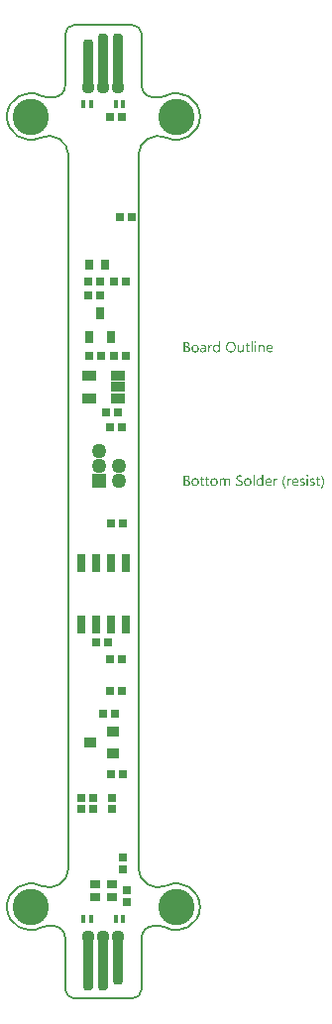
<source format=gbs>
G04*
G04 #@! TF.GenerationSoftware,Altium Limited,Altium Designer,21.8.1 (53)*
G04*
G04 Layer_Color=16711935*
%FSAX25Y25*%
%MOIN*%
G70*
G04*
G04 #@! TF.SameCoordinates,E3F0FB40-B38B-4DF8-A9CB-3E72E830E8E9*
G04*
G04*
G04 #@! TF.FilePolarity,Negative*
G04*
G01*
G75*
%ADD11C,0.00787*%
%ADD16R,0.04961X0.04961*%
%ADD17C,0.04961*%
%ADD18C,0.12205*%
%ADD20C,0.00591*%
%ADD24C,0.04370*%
G04:AMPARAMS|DCode=27|XSize=35.43mil|YSize=169.29mil|CornerRadius=13.82mil|HoleSize=0mil|Usage=FLASHONLY|Rotation=0.000|XOffset=0mil|YOffset=0mil|HoleType=Round|Shape=RoundedRectangle|*
%AMROUNDEDRECTD27*
21,1,0.03543,0.14165,0,0,0.0*
21,1,0.00780,0.16929,0,0,0.0*
1,1,0.02764,0.00390,-0.07083*
1,1,0.02764,-0.00390,-0.07083*
1,1,0.02764,-0.00390,0.07083*
1,1,0.02764,0.00390,0.07083*
%
%ADD27ROUNDEDRECTD27*%
G04:AMPARAMS|DCode=28|XSize=35.43mil|YSize=188.98mil|CornerRadius=13.82mil|HoleSize=0mil|Usage=FLASHONLY|Rotation=0.000|XOffset=0mil|YOffset=0mil|HoleType=Round|Shape=RoundedRectangle|*
%AMROUNDEDRECTD28*
21,1,0.03543,0.16134,0,0,0.0*
21,1,0.00780,0.18898,0,0,0.0*
1,1,0.02764,0.00390,-0.08067*
1,1,0.02764,-0.00390,-0.08067*
1,1,0.02764,-0.00390,0.08067*
1,1,0.02764,0.00390,0.08067*
%
%ADD28ROUNDEDRECTD28*%
%ADD41R,0.01575X0.02559*%
%ADD42R,0.03543X0.02953*%
%ADD43R,0.02953X0.03740*%
%ADD44R,0.04134X0.03740*%
%ADD45R,0.02756X0.02559*%
%ADD46R,0.04528X0.03347*%
%ADD47R,0.02953X0.04134*%
%ADD48R,0.02559X0.02756*%
%ADD49R,0.02953X0.06102*%
%ADD50R,0.02756X0.02559*%
%ADD51R,0.02559X0.02756*%
G36*
X0051178Y0220945D02*
X0051202D01*
X0051258Y0220920D01*
X0051289Y0220901D01*
X0051320Y0220877D01*
X0051326Y0220870D01*
X0051332Y0220864D01*
X0051363Y0220827D01*
X0051388Y0220765D01*
X0051394Y0220728D01*
X0051400Y0220691D01*
Y0220685D01*
Y0220672D01*
X0051394Y0220654D01*
X0051388Y0220629D01*
X0051370Y0220567D01*
X0051345Y0220536D01*
X0051320Y0220505D01*
X0051314D01*
X0051308Y0220493D01*
X0051270Y0220468D01*
X0051215Y0220443D01*
X0051178Y0220437D01*
X0051140Y0220431D01*
X0051122D01*
X0051103Y0220437D01*
X0051078D01*
X0051017Y0220462D01*
X0050986Y0220474D01*
X0050955Y0220499D01*
Y0220505D01*
X0050942Y0220511D01*
X0050930Y0220530D01*
X0050918Y0220548D01*
X0050893Y0220610D01*
X0050887Y0220648D01*
X0050880Y0220691D01*
Y0220697D01*
Y0220709D01*
X0050887Y0220728D01*
X0050893Y0220759D01*
X0050911Y0220815D01*
X0050930Y0220846D01*
X0050955Y0220877D01*
X0050961Y0220883D01*
X0050967Y0220889D01*
X0051004Y0220914D01*
X0051066Y0220938D01*
X0051103Y0220951D01*
X0051159D01*
X0051178Y0220945D01*
D02*
G37*
G36*
X0039187Y0217280D02*
X0038785D01*
Y0217701D01*
X0038773D01*
Y0217695D01*
X0038760Y0217683D01*
X0038742Y0217658D01*
X0038723Y0217627D01*
X0038692Y0217590D01*
X0038655Y0217552D01*
X0038612Y0217509D01*
X0038562Y0217466D01*
X0038507Y0217416D01*
X0038438Y0217373D01*
X0038370Y0217336D01*
X0038290Y0217299D01*
X0038210Y0217268D01*
X0038117Y0217243D01*
X0038018Y0217231D01*
X0037912Y0217224D01*
X0037869D01*
X0037832Y0217231D01*
X0037795Y0217237D01*
X0037745Y0217243D01*
X0037640Y0217268D01*
X0037516Y0217305D01*
X0037392Y0217367D01*
X0037324Y0217404D01*
X0037269Y0217447D01*
X0037207Y0217503D01*
X0037151Y0217559D01*
Y0217565D01*
X0037139Y0217577D01*
X0037126Y0217596D01*
X0037108Y0217621D01*
X0037089Y0217652D01*
X0037064Y0217695D01*
X0037040Y0217744D01*
X0037015Y0217800D01*
X0036984Y0217862D01*
X0036959Y0217930D01*
X0036934Y0218004D01*
X0036916Y0218085D01*
X0036897Y0218172D01*
X0036885Y0218270D01*
X0036879Y0218370D01*
X0036873Y0218475D01*
Y0218481D01*
Y0218499D01*
Y0218537D01*
X0036879Y0218580D01*
X0036885Y0218630D01*
X0036891Y0218691D01*
X0036897Y0218759D01*
X0036910Y0218834D01*
X0036947Y0218995D01*
X0037003Y0219162D01*
X0037040Y0219242D01*
X0037083Y0219323D01*
X0037126Y0219397D01*
X0037182Y0219471D01*
X0037188Y0219478D01*
X0037194Y0219490D01*
X0037213Y0219509D01*
X0037238Y0219533D01*
X0037269Y0219558D01*
X0037312Y0219589D01*
X0037355Y0219626D01*
X0037405Y0219663D01*
X0037529Y0219731D01*
X0037671Y0219793D01*
X0037751Y0219812D01*
X0037838Y0219830D01*
X0037925Y0219843D01*
X0038024Y0219849D01*
X0038073D01*
X0038111Y0219843D01*
X0038148Y0219837D01*
X0038197Y0219830D01*
X0038309Y0219799D01*
X0038432Y0219750D01*
X0038494Y0219719D01*
X0038556Y0219676D01*
X0038618Y0219632D01*
X0038674Y0219577D01*
X0038723Y0219515D01*
X0038773Y0219440D01*
X0038785D01*
Y0221000D01*
X0039187D01*
Y0217280D01*
D02*
G37*
G36*
X0053456Y0219843D02*
X0053530Y0219837D01*
X0053623Y0219818D01*
X0053722Y0219787D01*
X0053827Y0219738D01*
X0053932Y0219670D01*
X0053975Y0219632D01*
X0054019Y0219583D01*
X0054031Y0219570D01*
X0054056Y0219533D01*
X0054087Y0219471D01*
X0054130Y0219385D01*
X0054167Y0219280D01*
X0054204Y0219149D01*
X0054229Y0218995D01*
X0054235Y0218815D01*
Y0217280D01*
X0053833D01*
Y0218710D01*
Y0218716D01*
Y0218747D01*
X0053827Y0218784D01*
Y0218834D01*
X0053815Y0218896D01*
X0053802Y0218964D01*
X0053784Y0219038D01*
X0053759Y0219112D01*
X0053728Y0219187D01*
X0053691Y0219255D01*
X0053641Y0219323D01*
X0053585Y0219385D01*
X0053524Y0219434D01*
X0053443Y0219471D01*
X0053356Y0219502D01*
X0053251Y0219509D01*
X0053239D01*
X0053202Y0219502D01*
X0053146Y0219496D01*
X0053078Y0219478D01*
X0052997Y0219453D01*
X0052911Y0219409D01*
X0052830Y0219354D01*
X0052750Y0219280D01*
X0052744Y0219267D01*
X0052719Y0219242D01*
X0052688Y0219193D01*
X0052651Y0219125D01*
X0052614Y0219044D01*
X0052583Y0218945D01*
X0052558Y0218834D01*
X0052552Y0218710D01*
Y0217280D01*
X0052149D01*
Y0219793D01*
X0052552D01*
Y0219372D01*
X0052564D01*
X0052570Y0219378D01*
X0052577Y0219391D01*
X0052595Y0219416D01*
X0052620Y0219447D01*
X0052645Y0219484D01*
X0052682Y0219521D01*
X0052725Y0219564D01*
X0052775Y0219614D01*
X0052830Y0219657D01*
X0052892Y0219700D01*
X0052960Y0219738D01*
X0053035Y0219775D01*
X0053109Y0219806D01*
X0053196Y0219830D01*
X0053288Y0219843D01*
X0053387Y0219849D01*
X0053425D01*
X0053456Y0219843D01*
D02*
G37*
G36*
X0036458Y0219830D02*
X0036532Y0219824D01*
X0036575Y0219812D01*
X0036606Y0219799D01*
Y0219385D01*
X0036600Y0219391D01*
X0036588Y0219397D01*
X0036563Y0219409D01*
X0036532Y0219428D01*
X0036489Y0219440D01*
X0036433Y0219453D01*
X0036371Y0219459D01*
X0036303Y0219465D01*
X0036291D01*
X0036260Y0219459D01*
X0036210Y0219453D01*
X0036154Y0219434D01*
X0036080Y0219403D01*
X0036012Y0219360D01*
X0035938Y0219298D01*
X0035870Y0219218D01*
X0035864Y0219205D01*
X0035845Y0219174D01*
X0035814Y0219119D01*
X0035783Y0219044D01*
X0035752Y0218951D01*
X0035721Y0218834D01*
X0035703Y0218704D01*
X0035696Y0218555D01*
Y0217280D01*
X0035294D01*
Y0219793D01*
X0035696D01*
Y0219273D01*
X0035709D01*
Y0219280D01*
X0035715Y0219286D01*
X0035727Y0219317D01*
X0035746Y0219366D01*
X0035777Y0219428D01*
X0035808Y0219490D01*
X0035857Y0219558D01*
X0035907Y0219626D01*
X0035969Y0219688D01*
X0035975Y0219694D01*
X0036000Y0219713D01*
X0036037Y0219738D01*
X0036086Y0219762D01*
X0036142Y0219787D01*
X0036210Y0219812D01*
X0036284Y0219830D01*
X0036365Y0219837D01*
X0036421D01*
X0036458Y0219830D01*
D02*
G37*
G36*
X0047197Y0217280D02*
X0046795D01*
Y0217676D01*
X0046783D01*
Y0217670D01*
X0046770Y0217658D01*
X0046758Y0217633D01*
X0046733Y0217608D01*
X0046677Y0217534D01*
X0046591Y0217453D01*
X0046541Y0217410D01*
X0046486Y0217367D01*
X0046424Y0217330D01*
X0046349Y0217292D01*
X0046275Y0217268D01*
X0046195Y0217243D01*
X0046102Y0217231D01*
X0046009Y0217224D01*
X0045972D01*
X0045928Y0217231D01*
X0045867Y0217243D01*
X0045799Y0217255D01*
X0045724Y0217280D01*
X0045644Y0217311D01*
X0045563Y0217361D01*
X0045477Y0217416D01*
X0045396Y0217484D01*
X0045322Y0217571D01*
X0045254Y0217676D01*
X0045192Y0217794D01*
X0045149Y0217936D01*
X0045124Y0218103D01*
X0045111Y0218190D01*
Y0218289D01*
Y0219793D01*
X0045507D01*
Y0218351D01*
Y0218345D01*
Y0218320D01*
X0045514Y0218277D01*
X0045520Y0218227D01*
X0045526Y0218165D01*
X0045538Y0218103D01*
X0045557Y0218029D01*
X0045582Y0217955D01*
X0045619Y0217881D01*
X0045656Y0217812D01*
X0045706Y0217744D01*
X0045768Y0217683D01*
X0045836Y0217633D01*
X0045916Y0217596D01*
X0046015Y0217565D01*
X0046120Y0217559D01*
X0046133D01*
X0046170Y0217565D01*
X0046226Y0217571D01*
X0046288Y0217583D01*
X0046368Y0217614D01*
X0046448Y0217652D01*
X0046529Y0217701D01*
X0046603Y0217775D01*
X0046609Y0217788D01*
X0046634Y0217812D01*
X0046665Y0217862D01*
X0046702Y0217930D01*
X0046733Y0218010D01*
X0046764Y0218110D01*
X0046789Y0218221D01*
X0046795Y0218345D01*
Y0219793D01*
X0047197D01*
Y0217280D01*
D02*
G37*
G36*
X0051332D02*
X0050930D01*
Y0219793D01*
X0051332D01*
Y0217280D01*
D02*
G37*
G36*
X0050113D02*
X0049711D01*
Y0221000D01*
X0050113D01*
Y0217280D01*
D02*
G37*
G36*
X0033734Y0219843D02*
X0033790Y0219837D01*
X0033858Y0219818D01*
X0033932Y0219799D01*
X0034013Y0219769D01*
X0034099Y0219731D01*
X0034180Y0219682D01*
X0034260Y0219620D01*
X0034335Y0219546D01*
X0034403Y0219453D01*
X0034458Y0219348D01*
X0034502Y0219224D01*
X0034527Y0219081D01*
X0034539Y0218914D01*
Y0217280D01*
X0034137D01*
Y0217670D01*
X0034124D01*
Y0217664D01*
X0034112Y0217652D01*
X0034099Y0217627D01*
X0034075Y0217602D01*
X0034013Y0217528D01*
X0033932Y0217447D01*
X0033821Y0217367D01*
X0033691Y0217292D01*
X0033610Y0217268D01*
X0033530Y0217243D01*
X0033443Y0217231D01*
X0033350Y0217224D01*
X0033313D01*
X0033288Y0217231D01*
X0033220Y0217237D01*
X0033140Y0217249D01*
X0033041Y0217274D01*
X0032948Y0217305D01*
X0032849Y0217354D01*
X0032762Y0217416D01*
X0032756Y0217429D01*
X0032731Y0217453D01*
X0032694Y0217497D01*
X0032657Y0217559D01*
X0032620Y0217633D01*
X0032583Y0217720D01*
X0032558Y0217825D01*
X0032552Y0217943D01*
Y0217949D01*
Y0217973D01*
X0032558Y0218010D01*
X0032564Y0218054D01*
X0032577Y0218110D01*
X0032595Y0218172D01*
X0032620Y0218240D01*
X0032657Y0218308D01*
X0032700Y0218382D01*
X0032756Y0218456D01*
X0032824Y0218524D01*
X0032905Y0218586D01*
X0032998Y0218648D01*
X0033109Y0218698D01*
X0033233Y0218735D01*
X0033381Y0218766D01*
X0034137Y0218871D01*
Y0218877D01*
Y0218896D01*
X0034130Y0218933D01*
Y0218970D01*
X0034118Y0219020D01*
X0034112Y0219075D01*
X0034075Y0219193D01*
X0034044Y0219249D01*
X0034013Y0219304D01*
X0033969Y0219360D01*
X0033920Y0219409D01*
X0033858Y0219453D01*
X0033790Y0219484D01*
X0033709Y0219502D01*
X0033617Y0219509D01*
X0033573D01*
X0033542Y0219502D01*
X0033499D01*
X0033456Y0219490D01*
X0033344Y0219471D01*
X0033220Y0219434D01*
X0033084Y0219378D01*
X0033010Y0219341D01*
X0032942Y0219304D01*
X0032868Y0219255D01*
X0032800Y0219199D01*
Y0219614D01*
X0032806D01*
X0032818Y0219626D01*
X0032837Y0219638D01*
X0032868Y0219651D01*
X0032899Y0219670D01*
X0032942Y0219688D01*
X0032991Y0219707D01*
X0033047Y0219731D01*
X0033171Y0219775D01*
X0033319Y0219812D01*
X0033480Y0219837D01*
X0033654Y0219849D01*
X0033691D01*
X0033734Y0219843D01*
D02*
G37*
G36*
X0028045Y0220790D02*
X0028089D01*
X0028132Y0220784D01*
X0028231Y0220771D01*
X0028349Y0220740D01*
X0028473Y0220703D01*
X0028590Y0220648D01*
X0028695Y0220573D01*
X0028702D01*
X0028708Y0220561D01*
X0028739Y0220536D01*
X0028782Y0220486D01*
X0028832Y0220418D01*
X0028875Y0220332D01*
X0028918Y0220233D01*
X0028949Y0220121D01*
X0028962Y0220059D01*
Y0219991D01*
Y0219985D01*
Y0219979D01*
Y0219942D01*
X0028956Y0219886D01*
X0028943Y0219818D01*
X0028925Y0219731D01*
X0028894Y0219645D01*
X0028856Y0219558D01*
X0028801Y0219471D01*
X0028795Y0219459D01*
X0028770Y0219434D01*
X0028733Y0219397D01*
X0028683Y0219348D01*
X0028621Y0219298D01*
X0028547Y0219242D01*
X0028454Y0219199D01*
X0028355Y0219156D01*
Y0219149D01*
X0028374D01*
X0028392Y0219143D01*
X0028411Y0219137D01*
X0028479Y0219125D01*
X0028559Y0219100D01*
X0028646Y0219063D01*
X0028739Y0219020D01*
X0028832Y0218958D01*
X0028918Y0218877D01*
X0028931Y0218865D01*
X0028956Y0218834D01*
X0028986Y0218791D01*
X0029030Y0218722D01*
X0029067Y0218636D01*
X0029104Y0218537D01*
X0029129Y0218419D01*
X0029135Y0218289D01*
Y0218283D01*
Y0218270D01*
Y0218246D01*
X0029129Y0218215D01*
X0029123Y0218178D01*
X0029116Y0218134D01*
X0029092Y0218029D01*
X0029054Y0217912D01*
X0028999Y0217788D01*
X0028962Y0217732D01*
X0028918Y0217670D01*
X0028863Y0217614D01*
X0028807Y0217559D01*
X0028801D01*
X0028795Y0217546D01*
X0028776Y0217534D01*
X0028751Y0217515D01*
X0028720Y0217497D01*
X0028677Y0217472D01*
X0028584Y0217423D01*
X0028466Y0217367D01*
X0028330Y0217323D01*
X0028169Y0217292D01*
X0028089Y0217286D01*
X0027996Y0217280D01*
X0026969D01*
Y0220796D01*
X0028015D01*
X0028045Y0220790D01*
D02*
G37*
G36*
X0048541Y0219793D02*
X0049178D01*
Y0219447D01*
X0048541D01*
Y0218029D01*
Y0218017D01*
Y0217986D01*
X0048547Y0217943D01*
X0048553Y0217887D01*
X0048578Y0217769D01*
X0048596Y0217713D01*
X0048627Y0217670D01*
X0048634Y0217664D01*
X0048646Y0217652D01*
X0048664Y0217639D01*
X0048695Y0217621D01*
X0048733Y0217596D01*
X0048782Y0217583D01*
X0048844Y0217571D01*
X0048912Y0217565D01*
X0048937D01*
X0048968Y0217571D01*
X0049005Y0217577D01*
X0049092Y0217602D01*
X0049135Y0217621D01*
X0049178Y0217645D01*
Y0217299D01*
X0049172D01*
X0049153Y0217286D01*
X0049123Y0217280D01*
X0049079Y0217268D01*
X0049024Y0217255D01*
X0048961Y0217243D01*
X0048887Y0217237D01*
X0048801Y0217231D01*
X0048770D01*
X0048739Y0217237D01*
X0048695Y0217243D01*
X0048646Y0217255D01*
X0048590Y0217268D01*
X0048534Y0217292D01*
X0048472Y0217323D01*
X0048411Y0217361D01*
X0048349Y0217410D01*
X0048293Y0217466D01*
X0048243Y0217540D01*
X0048200Y0217621D01*
X0048169Y0217720D01*
X0048145Y0217831D01*
X0048138Y0217961D01*
Y0219447D01*
X0047711D01*
Y0219793D01*
X0048138D01*
Y0220406D01*
X0048541Y0220536D01*
Y0219793D01*
D02*
G37*
G36*
X0056068Y0219843D02*
X0056111Y0219837D01*
X0056154Y0219830D01*
X0056266Y0219812D01*
X0056389Y0219769D01*
X0056513Y0219713D01*
X0056575Y0219676D01*
X0056637Y0219632D01*
X0056693Y0219583D01*
X0056749Y0219527D01*
X0056755Y0219521D01*
X0056761Y0219515D01*
X0056773Y0219496D01*
X0056792Y0219471D01*
X0056810Y0219434D01*
X0056835Y0219397D01*
X0056860Y0219354D01*
X0056885Y0219298D01*
X0056910Y0219236D01*
X0056934Y0219174D01*
X0056959Y0219100D01*
X0056978Y0219020D01*
X0056996Y0218933D01*
X0057009Y0218846D01*
X0057021Y0218747D01*
Y0218642D01*
Y0218431D01*
X0055244D01*
Y0218425D01*
Y0218413D01*
Y0218394D01*
X0055251Y0218363D01*
X0055257Y0218326D01*
Y0218289D01*
X0055275Y0218190D01*
X0055306Y0218091D01*
X0055343Y0217980D01*
X0055399Y0217874D01*
X0055467Y0217781D01*
X0055480Y0217769D01*
X0055504Y0217744D01*
X0055554Y0217713D01*
X0055622Y0217670D01*
X0055709Y0217627D01*
X0055808Y0217596D01*
X0055925Y0217571D01*
X0056062Y0217559D01*
X0056105D01*
X0056136Y0217565D01*
X0056173D01*
X0056216Y0217571D01*
X0056322Y0217596D01*
X0056439Y0217627D01*
X0056569Y0217676D01*
X0056705Y0217744D01*
X0056773Y0217788D01*
X0056841Y0217837D01*
Y0217460D01*
X0056835D01*
X0056829Y0217447D01*
X0056810Y0217441D01*
X0056779Y0217423D01*
X0056749Y0217404D01*
X0056711Y0217385D01*
X0056662Y0217367D01*
X0056612Y0217342D01*
X0056551Y0217317D01*
X0056482Y0217299D01*
X0056334Y0217262D01*
X0056160Y0217237D01*
X0055969Y0217224D01*
X0055919D01*
X0055882Y0217231D01*
X0055839Y0217237D01*
X0055783Y0217243D01*
X0055665Y0217268D01*
X0055529Y0217305D01*
X0055393Y0217367D01*
X0055325Y0217410D01*
X0055257Y0217453D01*
X0055195Y0217503D01*
X0055133Y0217565D01*
X0055127Y0217571D01*
X0055121Y0217583D01*
X0055108Y0217602D01*
X0055084Y0217627D01*
X0055065Y0217664D01*
X0055040Y0217707D01*
X0055009Y0217757D01*
X0054984Y0217812D01*
X0054953Y0217874D01*
X0054929Y0217949D01*
X0054898Y0218029D01*
X0054879Y0218116D01*
X0054861Y0218209D01*
X0054842Y0218308D01*
X0054836Y0218413D01*
X0054830Y0218524D01*
Y0218531D01*
Y0218549D01*
Y0218580D01*
X0054836Y0218623D01*
X0054842Y0218673D01*
X0054848Y0218729D01*
X0054854Y0218797D01*
X0054873Y0218865D01*
X0054910Y0219013D01*
X0054966Y0219174D01*
X0055003Y0219255D01*
X0055053Y0219329D01*
X0055102Y0219409D01*
X0055158Y0219478D01*
X0055164Y0219484D01*
X0055176Y0219496D01*
X0055195Y0219515D01*
X0055220Y0219533D01*
X0055251Y0219564D01*
X0055288Y0219595D01*
X0055337Y0219626D01*
X0055387Y0219663D01*
X0055504Y0219731D01*
X0055647Y0219793D01*
X0055727Y0219812D01*
X0055808Y0219830D01*
X0055894Y0219843D01*
X0055987Y0219849D01*
X0056037D01*
X0056068Y0219843D01*
D02*
G37*
G36*
X0043025Y0220852D02*
X0043087Y0220846D01*
X0043161Y0220833D01*
X0043242Y0220815D01*
X0043329Y0220796D01*
X0043415Y0220771D01*
X0043514Y0220740D01*
X0043607Y0220697D01*
X0043706Y0220648D01*
X0043805Y0220592D01*
X0043898Y0220524D01*
X0043991Y0220449D01*
X0044078Y0220363D01*
X0044084Y0220357D01*
X0044096Y0220338D01*
X0044121Y0220313D01*
X0044146Y0220276D01*
X0044183Y0220227D01*
X0044220Y0220165D01*
X0044257Y0220097D01*
X0044300Y0220022D01*
X0044344Y0219929D01*
X0044381Y0219837D01*
X0044418Y0219731D01*
X0044455Y0219614D01*
X0044480Y0219496D01*
X0044505Y0219366D01*
X0044517Y0219224D01*
X0044523Y0219081D01*
Y0219069D01*
Y0219044D01*
Y0219001D01*
X0044517Y0218939D01*
X0044511Y0218865D01*
X0044499Y0218784D01*
X0044486Y0218691D01*
X0044468Y0218586D01*
X0044443Y0218481D01*
X0044412Y0218370D01*
X0044375Y0218258D01*
X0044331Y0218147D01*
X0044276Y0218029D01*
X0044214Y0217924D01*
X0044146Y0217819D01*
X0044065Y0217720D01*
X0044059Y0217713D01*
X0044047Y0217701D01*
X0044016Y0217676D01*
X0043985Y0217645D01*
X0043935Y0217602D01*
X0043880Y0217565D01*
X0043818Y0217515D01*
X0043743Y0217472D01*
X0043663Y0217429D01*
X0043570Y0217379D01*
X0043471Y0217342D01*
X0043360Y0217305D01*
X0043242Y0217268D01*
X0043118Y0217243D01*
X0042988Y0217231D01*
X0042846Y0217224D01*
X0042815D01*
X0042772Y0217231D01*
X0042722D01*
X0042660Y0217237D01*
X0042586Y0217249D01*
X0042505Y0217268D01*
X0042412Y0217286D01*
X0042320Y0217311D01*
X0042221Y0217342D01*
X0042122Y0217385D01*
X0042023Y0217429D01*
X0041923Y0217484D01*
X0041824Y0217552D01*
X0041732Y0217627D01*
X0041645Y0217713D01*
X0041639Y0217720D01*
X0041626Y0217738D01*
X0041602Y0217763D01*
X0041577Y0217800D01*
X0041540Y0217850D01*
X0041503Y0217912D01*
X0041465Y0217980D01*
X0041422Y0218060D01*
X0041379Y0218147D01*
X0041342Y0218240D01*
X0041304Y0218345D01*
X0041267Y0218462D01*
X0041243Y0218580D01*
X0041218Y0218710D01*
X0041205Y0218852D01*
X0041199Y0218995D01*
Y0219007D01*
Y0219032D01*
X0041205Y0219075D01*
Y0219137D01*
X0041212Y0219205D01*
X0041224Y0219292D01*
X0041236Y0219385D01*
X0041255Y0219484D01*
X0041280Y0219589D01*
X0041311Y0219700D01*
X0041348Y0219812D01*
X0041391Y0219923D01*
X0041447Y0220035D01*
X0041509Y0220146D01*
X0041577Y0220251D01*
X0041657Y0220350D01*
X0041664Y0220357D01*
X0041676Y0220375D01*
X0041707Y0220400D01*
X0041744Y0220431D01*
X0041787Y0220468D01*
X0041843Y0220511D01*
X0041911Y0220555D01*
X0041985Y0220604D01*
X0042072Y0220654D01*
X0042165Y0220697D01*
X0042264Y0220740D01*
X0042375Y0220778D01*
X0042499Y0220808D01*
X0042629Y0220839D01*
X0042765Y0220852D01*
X0042908Y0220858D01*
X0042976D01*
X0043025Y0220852D01*
D02*
G37*
G36*
X0030998Y0219843D02*
X0031041Y0219837D01*
X0031097Y0219830D01*
X0031221Y0219806D01*
X0031363Y0219762D01*
X0031506Y0219700D01*
X0031580Y0219663D01*
X0031648Y0219620D01*
X0031716Y0219564D01*
X0031778Y0219502D01*
X0031784Y0219496D01*
X0031791Y0219484D01*
X0031809Y0219465D01*
X0031828Y0219440D01*
X0031852Y0219403D01*
X0031877Y0219360D01*
X0031908Y0219310D01*
X0031939Y0219255D01*
X0031964Y0219187D01*
X0031995Y0219119D01*
X0032019Y0219038D01*
X0032044Y0218951D01*
X0032063Y0218859D01*
X0032081Y0218759D01*
X0032088Y0218654D01*
X0032094Y0218543D01*
Y0218537D01*
Y0218518D01*
Y0218487D01*
X0032088Y0218444D01*
X0032081Y0218394D01*
X0032075Y0218332D01*
X0032063Y0218270D01*
X0032050Y0218196D01*
X0032013Y0218048D01*
X0031951Y0217887D01*
X0031914Y0217806D01*
X0031865Y0217726D01*
X0031815Y0217652D01*
X0031753Y0217583D01*
X0031747Y0217577D01*
X0031735Y0217571D01*
X0031716Y0217552D01*
X0031691Y0217528D01*
X0031654Y0217503D01*
X0031617Y0217472D01*
X0031568Y0217435D01*
X0031512Y0217404D01*
X0031450Y0217373D01*
X0031382Y0217336D01*
X0031308Y0217305D01*
X0031227Y0217280D01*
X0031141Y0217255D01*
X0031048Y0217243D01*
X0030949Y0217231D01*
X0030843Y0217224D01*
X0030788D01*
X0030751Y0217231D01*
X0030707Y0217237D01*
X0030652Y0217243D01*
X0030590Y0217255D01*
X0030522Y0217268D01*
X0030379Y0217311D01*
X0030231Y0217373D01*
X0030156Y0217410D01*
X0030088Y0217460D01*
X0030020Y0217509D01*
X0029952Y0217571D01*
X0029946Y0217577D01*
X0029940Y0217590D01*
X0029921Y0217608D01*
X0029902Y0217633D01*
X0029878Y0217670D01*
X0029847Y0217713D01*
X0029816Y0217763D01*
X0029791Y0217819D01*
X0029760Y0217887D01*
X0029729Y0217955D01*
X0029698Y0218029D01*
X0029673Y0218116D01*
X0029636Y0218302D01*
X0029630Y0218401D01*
X0029624Y0218506D01*
Y0218512D01*
Y0218537D01*
Y0218568D01*
X0029630Y0218611D01*
X0029636Y0218660D01*
X0029643Y0218722D01*
X0029655Y0218791D01*
X0029667Y0218865D01*
X0029704Y0219026D01*
X0029766Y0219187D01*
X0029810Y0219267D01*
X0029853Y0219348D01*
X0029902Y0219422D01*
X0029964Y0219490D01*
X0029971Y0219496D01*
X0029983Y0219509D01*
X0030002Y0219521D01*
X0030026Y0219546D01*
X0030064Y0219570D01*
X0030107Y0219601D01*
X0030156Y0219638D01*
X0030212Y0219670D01*
X0030274Y0219700D01*
X0030348Y0219738D01*
X0030422Y0219769D01*
X0030509Y0219793D01*
X0030596Y0219818D01*
X0030695Y0219837D01*
X0030800Y0219843D01*
X0030905Y0219849D01*
X0030961D01*
X0030998Y0219843D01*
D02*
G37*
G36*
X0068609Y0176018D02*
X0068633D01*
X0068689Y0175993D01*
X0068720Y0175975D01*
X0068751Y0175950D01*
X0068757Y0175944D01*
X0068763Y0175938D01*
X0068794Y0175900D01*
X0068819Y0175839D01*
X0068825Y0175801D01*
X0068831Y0175764D01*
Y0175758D01*
Y0175746D01*
X0068825Y0175727D01*
X0068819Y0175702D01*
X0068800Y0175640D01*
X0068776Y0175610D01*
X0068751Y0175579D01*
X0068745D01*
X0068739Y0175566D01*
X0068701Y0175541D01*
X0068646Y0175517D01*
X0068609Y0175511D01*
X0068572Y0175504D01*
X0068553D01*
X0068534Y0175511D01*
X0068510D01*
X0068448Y0175535D01*
X0068417Y0175548D01*
X0068386Y0175572D01*
Y0175579D01*
X0068373Y0175585D01*
X0068361Y0175603D01*
X0068349Y0175622D01*
X0068324Y0175684D01*
X0068318Y0175721D01*
X0068312Y0175764D01*
Y0175770D01*
Y0175783D01*
X0068318Y0175801D01*
X0068324Y0175832D01*
X0068342Y0175888D01*
X0068361Y0175919D01*
X0068386Y0175950D01*
X0068392Y0175956D01*
X0068398Y0175962D01*
X0068435Y0175987D01*
X0068497Y0176012D01*
X0068534Y0176024D01*
X0068590D01*
X0068609Y0176018D01*
D02*
G37*
G36*
X0046040Y0175925D02*
X0046089D01*
X0046201Y0175913D01*
X0046325Y0175900D01*
X0046448Y0175876D01*
X0046566Y0175845D01*
X0046615Y0175826D01*
X0046665Y0175801D01*
Y0175337D01*
X0046659D01*
X0046653Y0175350D01*
X0046634Y0175356D01*
X0046609Y0175374D01*
X0046578Y0175387D01*
X0046541Y0175405D01*
X0046448Y0175449D01*
X0046337Y0175486D01*
X0046201Y0175523D01*
X0046040Y0175548D01*
X0045867Y0175554D01*
X0045817D01*
X0045780Y0175548D01*
X0045743D01*
X0045693Y0175541D01*
X0045594Y0175523D01*
X0045588D01*
X0045569Y0175517D01*
X0045545Y0175511D01*
X0045514Y0175504D01*
X0045439Y0175473D01*
X0045353Y0175436D01*
X0045347D01*
X0045334Y0175424D01*
X0045316Y0175411D01*
X0045291Y0175393D01*
X0045235Y0175337D01*
X0045180Y0175269D01*
Y0175263D01*
X0045167Y0175250D01*
X0045161Y0175232D01*
X0045149Y0175201D01*
X0045136Y0175164D01*
X0045130Y0175127D01*
X0045118Y0175028D01*
Y0175022D01*
Y0175003D01*
Y0174978D01*
X0045124Y0174947D01*
X0045136Y0174873D01*
X0045167Y0174793D01*
Y0174786D01*
X0045180Y0174774D01*
X0045186Y0174755D01*
X0045204Y0174731D01*
X0045254Y0174675D01*
X0045316Y0174613D01*
X0045322Y0174607D01*
X0045334Y0174601D01*
X0045353Y0174582D01*
X0045384Y0174563D01*
X0045421Y0174539D01*
X0045458Y0174514D01*
X0045557Y0174452D01*
X0045563Y0174446D01*
X0045582Y0174440D01*
X0045613Y0174421D01*
X0045650Y0174402D01*
X0045699Y0174378D01*
X0045755Y0174353D01*
X0045879Y0174291D01*
X0045885Y0174285D01*
X0045910Y0174273D01*
X0045947Y0174254D01*
X0045996Y0174229D01*
X0046052Y0174204D01*
X0046114Y0174167D01*
X0046238Y0174093D01*
X0046244Y0174087D01*
X0046269Y0174074D01*
X0046300Y0174056D01*
X0046343Y0174025D01*
X0046436Y0173951D01*
X0046535Y0173864D01*
X0046541Y0173858D01*
X0046560Y0173845D01*
X0046578Y0173814D01*
X0046609Y0173784D01*
X0046640Y0173740D01*
X0046677Y0173697D01*
X0046739Y0173585D01*
X0046745Y0173579D01*
X0046752Y0173561D01*
X0046764Y0173530D01*
X0046777Y0173486D01*
X0046789Y0173437D01*
X0046801Y0173375D01*
X0046814Y0173313D01*
Y0173239D01*
Y0173226D01*
Y0173196D01*
X0046807Y0173146D01*
X0046801Y0173084D01*
X0046789Y0173016D01*
X0046770Y0172942D01*
X0046745Y0172867D01*
X0046708Y0172799D01*
X0046702Y0172793D01*
X0046690Y0172768D01*
X0046665Y0172737D01*
X0046640Y0172694D01*
X0046597Y0172651D01*
X0046554Y0172601D01*
X0046498Y0172552D01*
X0046436Y0172502D01*
X0046430Y0172496D01*
X0046405Y0172484D01*
X0046368Y0172465D01*
X0046318Y0172440D01*
X0046263Y0172415D01*
X0046195Y0172391D01*
X0046114Y0172366D01*
X0046034Y0172347D01*
X0046021D01*
X0045996Y0172341D01*
X0045953Y0172335D01*
X0045891Y0172323D01*
X0045823Y0172317D01*
X0045743Y0172304D01*
X0045656Y0172298D01*
X0045507D01*
X0045439Y0172304D01*
X0045353Y0172310D01*
X0045334D01*
X0045309Y0172317D01*
X0045278Y0172323D01*
X0045198Y0172329D01*
X0045105Y0172347D01*
X0045099D01*
X0045080Y0172354D01*
X0045056Y0172360D01*
X0045025Y0172366D01*
X0044950Y0172385D01*
X0044864Y0172409D01*
X0044858D01*
X0044845Y0172415D01*
X0044827Y0172422D01*
X0044802Y0172434D01*
X0044740Y0172459D01*
X0044678Y0172496D01*
Y0172979D01*
X0044684Y0172973D01*
X0044697Y0172966D01*
X0044709Y0172954D01*
X0044734Y0172935D01*
X0044802Y0172892D01*
X0044882Y0172843D01*
X0044888D01*
X0044901Y0172836D01*
X0044926Y0172824D01*
X0044957Y0172812D01*
X0045037Y0172775D01*
X0045124Y0172744D01*
X0045130D01*
X0045149Y0172737D01*
X0045173Y0172731D01*
X0045204Y0172725D01*
X0045291Y0172700D01*
X0045384Y0172682D01*
X0045408D01*
X0045433Y0172676D01*
X0045464D01*
X0045538Y0172669D01*
X0045625Y0172663D01*
X0045687D01*
X0045755Y0172669D01*
X0045842Y0172682D01*
X0045935Y0172694D01*
X0046027Y0172719D01*
X0046114Y0172756D01*
X0046195Y0172799D01*
X0046201Y0172806D01*
X0046226Y0172824D01*
X0046257Y0172861D01*
X0046288Y0172905D01*
X0046325Y0172960D01*
X0046349Y0173035D01*
X0046374Y0173115D01*
X0046380Y0173208D01*
Y0173214D01*
Y0173233D01*
Y0173257D01*
X0046374Y0173294D01*
X0046356Y0173375D01*
X0046318Y0173455D01*
Y0173462D01*
X0046306Y0173474D01*
X0046294Y0173493D01*
X0046275Y0173517D01*
X0046219Y0173579D01*
X0046145Y0173647D01*
X0046139Y0173653D01*
X0046126Y0173666D01*
X0046102Y0173678D01*
X0046071Y0173703D01*
X0046034Y0173728D01*
X0045990Y0173759D01*
X0045885Y0173814D01*
X0045879Y0173821D01*
X0045860Y0173827D01*
X0045829Y0173845D01*
X0045786Y0173864D01*
X0045743Y0173895D01*
X0045687Y0173920D01*
X0045557Y0173988D01*
X0045551Y0173994D01*
X0045526Y0174006D01*
X0045489Y0174025D01*
X0045446Y0174044D01*
X0045396Y0174074D01*
X0045340Y0174105D01*
X0045217Y0174173D01*
X0045210Y0174180D01*
X0045192Y0174192D01*
X0045161Y0174211D01*
X0045124Y0174235D01*
X0045031Y0174303D01*
X0044938Y0174384D01*
X0044932Y0174390D01*
X0044919Y0174402D01*
X0044895Y0174427D01*
X0044870Y0174458D01*
X0044839Y0174502D01*
X0044808Y0174545D01*
X0044752Y0174644D01*
Y0174650D01*
X0044740Y0174669D01*
X0044734Y0174700D01*
X0044721Y0174743D01*
X0044709Y0174793D01*
X0044697Y0174854D01*
X0044690Y0174916D01*
X0044684Y0174991D01*
Y0175003D01*
Y0175034D01*
X0044690Y0175077D01*
X0044697Y0175133D01*
X0044709Y0175201D01*
X0044728Y0175269D01*
X0044752Y0175337D01*
X0044789Y0175405D01*
X0044796Y0175411D01*
X0044808Y0175436D01*
X0044833Y0175467D01*
X0044864Y0175511D01*
X0044901Y0175554D01*
X0044950Y0175603D01*
X0045006Y0175653D01*
X0045068Y0175696D01*
X0045074Y0175702D01*
X0045099Y0175715D01*
X0045136Y0175740D01*
X0045180Y0175764D01*
X0045241Y0175789D01*
X0045303Y0175820D01*
X0045377Y0175845D01*
X0045458Y0175870D01*
X0045470D01*
X0045495Y0175882D01*
X0045538Y0175888D01*
X0045600Y0175900D01*
X0045669Y0175913D01*
X0045743Y0175919D01*
X0045910Y0175931D01*
X0045996D01*
X0046040Y0175925D01*
D02*
G37*
G36*
X0053771Y0172354D02*
X0053369D01*
Y0172775D01*
X0053356D01*
Y0172768D01*
X0053344Y0172756D01*
X0053325Y0172731D01*
X0053307Y0172700D01*
X0053276Y0172663D01*
X0053239Y0172626D01*
X0053196Y0172583D01*
X0053146Y0172539D01*
X0053090Y0172490D01*
X0053022Y0172447D01*
X0052954Y0172409D01*
X0052874Y0172372D01*
X0052793Y0172341D01*
X0052700Y0172317D01*
X0052601Y0172304D01*
X0052496Y0172298D01*
X0052453D01*
X0052416Y0172304D01*
X0052378Y0172310D01*
X0052329Y0172317D01*
X0052224Y0172341D01*
X0052100Y0172378D01*
X0051976Y0172440D01*
X0051908Y0172477D01*
X0051852Y0172521D01*
X0051790Y0172576D01*
X0051735Y0172632D01*
Y0172638D01*
X0051722Y0172651D01*
X0051710Y0172669D01*
X0051691Y0172694D01*
X0051673Y0172725D01*
X0051648Y0172768D01*
X0051623Y0172818D01*
X0051599Y0172874D01*
X0051568Y0172935D01*
X0051543Y0173004D01*
X0051518Y0173078D01*
X0051499Y0173158D01*
X0051481Y0173245D01*
X0051468Y0173344D01*
X0051462Y0173443D01*
X0051456Y0173548D01*
Y0173555D01*
Y0173573D01*
Y0173610D01*
X0051462Y0173653D01*
X0051468Y0173703D01*
X0051475Y0173765D01*
X0051481Y0173833D01*
X0051493Y0173907D01*
X0051530Y0174068D01*
X0051586Y0174235D01*
X0051623Y0174316D01*
X0051667Y0174396D01*
X0051710Y0174471D01*
X0051766Y0174545D01*
X0051772Y0174551D01*
X0051778Y0174563D01*
X0051797Y0174582D01*
X0051821Y0174607D01*
X0051852Y0174632D01*
X0051896Y0174662D01*
X0051939Y0174700D01*
X0051989Y0174737D01*
X0052112Y0174805D01*
X0052255Y0174867D01*
X0052335Y0174885D01*
X0052422Y0174904D01*
X0052508Y0174916D01*
X0052608Y0174923D01*
X0052657D01*
X0052694Y0174916D01*
X0052731Y0174910D01*
X0052781Y0174904D01*
X0052892Y0174873D01*
X0053016Y0174823D01*
X0053078Y0174793D01*
X0053140Y0174749D01*
X0053202Y0174706D01*
X0053257Y0174650D01*
X0053307Y0174588D01*
X0053356Y0174514D01*
X0053369D01*
Y0176074D01*
X0053771D01*
Y0172354D01*
D02*
G37*
G36*
X0070515Y0174916D02*
X0070596Y0174910D01*
X0070682Y0174898D01*
X0070781Y0174873D01*
X0070880Y0174848D01*
X0070979Y0174811D01*
Y0174402D01*
X0070967Y0174409D01*
X0070930Y0174434D01*
X0070874Y0174458D01*
X0070800Y0174495D01*
X0070707Y0174526D01*
X0070596Y0174557D01*
X0070472Y0174576D01*
X0070342Y0174582D01*
X0070274D01*
X0070212Y0174570D01*
X0070138Y0174557D01*
X0070131D01*
X0070125Y0174551D01*
X0070088Y0174539D01*
X0070038Y0174514D01*
X0069983Y0174483D01*
X0069970Y0174477D01*
X0069946Y0174452D01*
X0069915Y0174415D01*
X0069884Y0174372D01*
X0069878Y0174359D01*
X0069865Y0174328D01*
X0069853Y0174285D01*
X0069847Y0174229D01*
Y0174223D01*
Y0174211D01*
Y0174192D01*
X0069853Y0174173D01*
X0069865Y0174118D01*
X0069884Y0174062D01*
X0069890Y0174050D01*
X0069908Y0174025D01*
X0069946Y0173988D01*
X0069989Y0173944D01*
X0069995D01*
X0070001Y0173938D01*
X0070038Y0173914D01*
X0070088Y0173882D01*
X0070156Y0173852D01*
X0070162D01*
X0070175Y0173845D01*
X0070193Y0173839D01*
X0070224Y0173827D01*
X0070292Y0173802D01*
X0070379Y0173765D01*
X0070385D01*
X0070410Y0173753D01*
X0070441Y0173740D01*
X0070478Y0173728D01*
X0070577Y0173685D01*
X0070676Y0173635D01*
X0070682D01*
X0070701Y0173623D01*
X0070726Y0173610D01*
X0070757Y0173592D01*
X0070831Y0173542D01*
X0070905Y0173480D01*
X0070911Y0173474D01*
X0070924Y0173468D01*
X0070936Y0173449D01*
X0070961Y0173424D01*
X0071004Y0173363D01*
X0071048Y0173282D01*
Y0173276D01*
X0071054Y0173264D01*
X0071066Y0173239D01*
X0071072Y0173208D01*
X0071085Y0173171D01*
X0071091Y0173127D01*
X0071097Y0173022D01*
Y0173016D01*
Y0172991D01*
X0071091Y0172954D01*
X0071085Y0172911D01*
X0071078Y0172861D01*
X0071060Y0172806D01*
X0071041Y0172756D01*
X0071010Y0172700D01*
X0071004Y0172694D01*
X0070998Y0172676D01*
X0070979Y0172651D01*
X0070955Y0172620D01*
X0070924Y0172583D01*
X0070886Y0172546D01*
X0070794Y0172471D01*
X0070788Y0172465D01*
X0070769Y0172459D01*
X0070744Y0172440D01*
X0070701Y0172422D01*
X0070657Y0172397D01*
X0070602Y0172378D01*
X0070546Y0172360D01*
X0070478Y0172341D01*
X0070472D01*
X0070447Y0172335D01*
X0070410Y0172329D01*
X0070367Y0172323D01*
X0070305Y0172310D01*
X0070243Y0172304D01*
X0070100Y0172298D01*
X0070038D01*
X0069964Y0172304D01*
X0069871Y0172317D01*
X0069766Y0172335D01*
X0069655Y0172360D01*
X0069543Y0172391D01*
X0069432Y0172440D01*
Y0172874D01*
X0069438D01*
X0069444Y0172861D01*
X0069463Y0172849D01*
X0069488Y0172836D01*
X0069556Y0172799D01*
X0069648Y0172756D01*
X0069754Y0172706D01*
X0069878Y0172669D01*
X0070014Y0172645D01*
X0070156Y0172632D01*
X0070206D01*
X0070237Y0172638D01*
X0070323Y0172651D01*
X0070422Y0172676D01*
X0070515Y0172719D01*
X0070559Y0172750D01*
X0070602Y0172781D01*
X0070633Y0172824D01*
X0070657Y0172867D01*
X0070676Y0172923D01*
X0070682Y0172985D01*
Y0172991D01*
Y0173004D01*
Y0173022D01*
X0070676Y0173041D01*
X0070664Y0173096D01*
X0070639Y0173152D01*
Y0173158D01*
X0070633Y0173164D01*
X0070608Y0173196D01*
X0070571Y0173239D01*
X0070515Y0173276D01*
X0070509D01*
X0070503Y0173288D01*
X0070466Y0173307D01*
X0070410Y0173344D01*
X0070336Y0173375D01*
X0070329D01*
X0070317Y0173381D01*
X0070298Y0173393D01*
X0070267Y0173406D01*
X0070199Y0173431D01*
X0070113Y0173468D01*
X0070107D01*
X0070082Y0173480D01*
X0070051Y0173493D01*
X0070014Y0173505D01*
X0069915Y0173548D01*
X0069816Y0173598D01*
X0069810Y0173604D01*
X0069797Y0173610D01*
X0069772Y0173623D01*
X0069741Y0173641D01*
X0069673Y0173691D01*
X0069605Y0173746D01*
X0069599Y0173753D01*
X0069593Y0173759D01*
X0069574Y0173777D01*
X0069556Y0173802D01*
X0069512Y0173864D01*
X0069475Y0173938D01*
Y0173944D01*
X0069469Y0173957D01*
X0069463Y0173982D01*
X0069457Y0174012D01*
X0069450Y0174050D01*
X0069444Y0174093D01*
X0069438Y0174198D01*
Y0174204D01*
Y0174229D01*
X0069444Y0174260D01*
X0069450Y0174303D01*
X0069457Y0174353D01*
X0069475Y0174402D01*
X0069494Y0174458D01*
X0069519Y0174508D01*
X0069525Y0174514D01*
X0069531Y0174532D01*
X0069550Y0174557D01*
X0069574Y0174588D01*
X0069642Y0174662D01*
X0069729Y0174737D01*
X0069735Y0174743D01*
X0069754Y0174749D01*
X0069779Y0174768D01*
X0069822Y0174786D01*
X0069865Y0174811D01*
X0069915Y0174836D01*
X0070038Y0174873D01*
X0070045D01*
X0070069Y0174879D01*
X0070100Y0174891D01*
X0070150Y0174898D01*
X0070199Y0174910D01*
X0070261Y0174916D01*
X0070398Y0174923D01*
X0070453D01*
X0070515Y0174916D01*
D02*
G37*
G36*
X0067160D02*
X0067241Y0174910D01*
X0067327Y0174898D01*
X0067426Y0174873D01*
X0067525Y0174848D01*
X0067624Y0174811D01*
Y0174402D01*
X0067612Y0174409D01*
X0067575Y0174434D01*
X0067519Y0174458D01*
X0067445Y0174495D01*
X0067352Y0174526D01*
X0067241Y0174557D01*
X0067117Y0174576D01*
X0066987Y0174582D01*
X0066919D01*
X0066857Y0174570D01*
X0066783Y0174557D01*
X0066776D01*
X0066770Y0174551D01*
X0066733Y0174539D01*
X0066684Y0174514D01*
X0066628Y0174483D01*
X0066615Y0174477D01*
X0066591Y0174452D01*
X0066560Y0174415D01*
X0066529Y0174372D01*
X0066523Y0174359D01*
X0066510Y0174328D01*
X0066498Y0174285D01*
X0066492Y0174229D01*
Y0174223D01*
Y0174211D01*
Y0174192D01*
X0066498Y0174173D01*
X0066510Y0174118D01*
X0066529Y0174062D01*
X0066535Y0174050D01*
X0066553Y0174025D01*
X0066591Y0173988D01*
X0066634Y0173944D01*
X0066640D01*
X0066646Y0173938D01*
X0066684Y0173914D01*
X0066733Y0173882D01*
X0066801Y0173852D01*
X0066807D01*
X0066820Y0173845D01*
X0066838Y0173839D01*
X0066869Y0173827D01*
X0066937Y0173802D01*
X0067024Y0173765D01*
X0067030D01*
X0067055Y0173753D01*
X0067086Y0173740D01*
X0067123Y0173728D01*
X0067222Y0173685D01*
X0067321Y0173635D01*
X0067327D01*
X0067346Y0173623D01*
X0067371Y0173610D01*
X0067402Y0173592D01*
X0067476Y0173542D01*
X0067550Y0173480D01*
X0067556Y0173474D01*
X0067569Y0173468D01*
X0067581Y0173449D01*
X0067606Y0173424D01*
X0067649Y0173363D01*
X0067693Y0173282D01*
Y0173276D01*
X0067699Y0173264D01*
X0067711Y0173239D01*
X0067717Y0173208D01*
X0067730Y0173171D01*
X0067736Y0173127D01*
X0067742Y0173022D01*
Y0173016D01*
Y0172991D01*
X0067736Y0172954D01*
X0067730Y0172911D01*
X0067723Y0172861D01*
X0067705Y0172806D01*
X0067686Y0172756D01*
X0067655Y0172700D01*
X0067649Y0172694D01*
X0067643Y0172676D01*
X0067624Y0172651D01*
X0067600Y0172620D01*
X0067569Y0172583D01*
X0067532Y0172546D01*
X0067439Y0172471D01*
X0067432Y0172465D01*
X0067414Y0172459D01*
X0067389Y0172440D01*
X0067346Y0172422D01*
X0067303Y0172397D01*
X0067247Y0172378D01*
X0067191Y0172360D01*
X0067123Y0172341D01*
X0067117D01*
X0067092Y0172335D01*
X0067055Y0172329D01*
X0067012Y0172323D01*
X0066950Y0172310D01*
X0066888Y0172304D01*
X0066745Y0172298D01*
X0066684D01*
X0066609Y0172304D01*
X0066516Y0172317D01*
X0066411Y0172335D01*
X0066300Y0172360D01*
X0066188Y0172391D01*
X0066077Y0172440D01*
Y0172874D01*
X0066083D01*
X0066089Y0172861D01*
X0066108Y0172849D01*
X0066133Y0172836D01*
X0066201Y0172799D01*
X0066294Y0172756D01*
X0066399Y0172706D01*
X0066523Y0172669D01*
X0066659Y0172645D01*
X0066801Y0172632D01*
X0066851D01*
X0066882Y0172638D01*
X0066968Y0172651D01*
X0067067Y0172676D01*
X0067160Y0172719D01*
X0067203Y0172750D01*
X0067247Y0172781D01*
X0067278Y0172824D01*
X0067303Y0172867D01*
X0067321Y0172923D01*
X0067327Y0172985D01*
Y0172991D01*
Y0173004D01*
Y0173022D01*
X0067321Y0173041D01*
X0067309Y0173096D01*
X0067284Y0173152D01*
Y0173158D01*
X0067278Y0173164D01*
X0067253Y0173196D01*
X0067216Y0173239D01*
X0067160Y0173276D01*
X0067154D01*
X0067148Y0173288D01*
X0067111Y0173307D01*
X0067055Y0173344D01*
X0066981Y0173375D01*
X0066975D01*
X0066962Y0173381D01*
X0066944Y0173393D01*
X0066913Y0173406D01*
X0066844Y0173431D01*
X0066758Y0173468D01*
X0066752D01*
X0066727Y0173480D01*
X0066696Y0173493D01*
X0066659Y0173505D01*
X0066560Y0173548D01*
X0066461Y0173598D01*
X0066454Y0173604D01*
X0066442Y0173610D01*
X0066417Y0173623D01*
X0066386Y0173641D01*
X0066318Y0173691D01*
X0066250Y0173746D01*
X0066244Y0173753D01*
X0066238Y0173759D01*
X0066219Y0173777D01*
X0066201Y0173802D01*
X0066157Y0173864D01*
X0066120Y0173938D01*
Y0173944D01*
X0066114Y0173957D01*
X0066108Y0173982D01*
X0066102Y0174012D01*
X0066096Y0174050D01*
X0066089Y0174093D01*
X0066083Y0174198D01*
Y0174204D01*
Y0174229D01*
X0066089Y0174260D01*
X0066096Y0174303D01*
X0066102Y0174353D01*
X0066120Y0174402D01*
X0066139Y0174458D01*
X0066164Y0174508D01*
X0066170Y0174514D01*
X0066176Y0174532D01*
X0066194Y0174557D01*
X0066219Y0174588D01*
X0066287Y0174662D01*
X0066374Y0174737D01*
X0066380Y0174743D01*
X0066399Y0174749D01*
X0066423Y0174768D01*
X0066467Y0174786D01*
X0066510Y0174811D01*
X0066560Y0174836D01*
X0066684Y0174873D01*
X0066690D01*
X0066715Y0174879D01*
X0066745Y0174891D01*
X0066795Y0174898D01*
X0066844Y0174910D01*
X0066906Y0174916D01*
X0067042Y0174923D01*
X0067098D01*
X0067160Y0174916D01*
D02*
G37*
G36*
X0041905D02*
X0041961Y0174904D01*
X0042023Y0174891D01*
X0042091Y0174867D01*
X0042171Y0174836D01*
X0042245Y0174793D01*
X0042326Y0174743D01*
X0042400Y0174675D01*
X0042468Y0174588D01*
X0042530Y0174489D01*
X0042586Y0174378D01*
X0042623Y0174235D01*
X0042654Y0174081D01*
X0042660Y0173901D01*
Y0172354D01*
X0042258D01*
Y0173796D01*
Y0173802D01*
Y0173814D01*
Y0173833D01*
Y0173864D01*
X0042252Y0173938D01*
X0042239Y0174025D01*
X0042227Y0174124D01*
X0042202Y0174223D01*
X0042171Y0174316D01*
X0042128Y0174396D01*
X0042122Y0174402D01*
X0042103Y0174427D01*
X0042072Y0174458D01*
X0042023Y0174489D01*
X0041967Y0174526D01*
X0041893Y0174551D01*
X0041800Y0174576D01*
X0041695Y0174582D01*
X0041682D01*
X0041651Y0174576D01*
X0041602Y0174570D01*
X0041540Y0174551D01*
X0041472Y0174526D01*
X0041397Y0174483D01*
X0041323Y0174427D01*
X0041255Y0174347D01*
X0041249Y0174334D01*
X0041230Y0174303D01*
X0041199Y0174254D01*
X0041168Y0174186D01*
X0041131Y0174105D01*
X0041106Y0174012D01*
X0041082Y0173901D01*
X0041076Y0173784D01*
Y0172354D01*
X0040673D01*
Y0173845D01*
Y0173852D01*
Y0173876D01*
X0040667Y0173914D01*
Y0173963D01*
X0040655Y0174019D01*
X0040642Y0174081D01*
X0040624Y0174143D01*
X0040605Y0174217D01*
X0040574Y0174285D01*
X0040537Y0174347D01*
X0040487Y0174409D01*
X0040432Y0174464D01*
X0040370Y0174514D01*
X0040289Y0174551D01*
X0040203Y0174576D01*
X0040104Y0174582D01*
X0040091D01*
X0040060Y0174576D01*
X0040011Y0174570D01*
X0039949Y0174557D01*
X0039881Y0174526D01*
X0039807Y0174489D01*
X0039732Y0174434D01*
X0039664Y0174359D01*
X0039658Y0174347D01*
X0039639Y0174322D01*
X0039608Y0174273D01*
X0039577Y0174204D01*
X0039547Y0174124D01*
X0039516Y0174025D01*
X0039497Y0173914D01*
X0039491Y0173784D01*
Y0172354D01*
X0039088D01*
Y0174867D01*
X0039491D01*
Y0174464D01*
X0039503D01*
X0039509Y0174471D01*
X0039516Y0174483D01*
X0039534Y0174508D01*
X0039553Y0174539D01*
X0039615Y0174607D01*
X0039701Y0174693D01*
X0039813Y0174780D01*
X0039943Y0174848D01*
X0040023Y0174879D01*
X0040104Y0174904D01*
X0040190Y0174916D01*
X0040283Y0174923D01*
X0040326D01*
X0040376Y0174916D01*
X0040438Y0174904D01*
X0040506Y0174885D01*
X0040580Y0174861D01*
X0040655Y0174830D01*
X0040729Y0174780D01*
X0040735Y0174774D01*
X0040760Y0174755D01*
X0040791Y0174724D01*
X0040834Y0174681D01*
X0040877Y0174625D01*
X0040921Y0174563D01*
X0040964Y0174489D01*
X0040995Y0174402D01*
X0041001Y0174409D01*
X0041007Y0174427D01*
X0041026Y0174452D01*
X0041045Y0174483D01*
X0041076Y0174526D01*
X0041113Y0174570D01*
X0041156Y0174613D01*
X0041205Y0174662D01*
X0041261Y0174712D01*
X0041323Y0174755D01*
X0041391Y0174805D01*
X0041465Y0174842D01*
X0041546Y0174873D01*
X0041633Y0174898D01*
X0041732Y0174916D01*
X0041831Y0174923D01*
X0041868D01*
X0041905Y0174916D01*
D02*
G37*
G36*
X0063013Y0174904D02*
X0063087Y0174898D01*
X0063130Y0174885D01*
X0063161Y0174873D01*
Y0174458D01*
X0063155Y0174464D01*
X0063143Y0174471D01*
X0063118Y0174483D01*
X0063087Y0174502D01*
X0063044Y0174514D01*
X0062988Y0174526D01*
X0062926Y0174532D01*
X0062858Y0174539D01*
X0062846D01*
X0062815Y0174532D01*
X0062765Y0174526D01*
X0062709Y0174508D01*
X0062635Y0174477D01*
X0062567Y0174434D01*
X0062493Y0174372D01*
X0062425Y0174291D01*
X0062419Y0174279D01*
X0062400Y0174248D01*
X0062369Y0174192D01*
X0062338Y0174118D01*
X0062307Y0174025D01*
X0062276Y0173907D01*
X0062258Y0173777D01*
X0062252Y0173629D01*
Y0172354D01*
X0061849D01*
Y0174867D01*
X0062252D01*
Y0174347D01*
X0062264D01*
Y0174353D01*
X0062270Y0174359D01*
X0062282Y0174390D01*
X0062301Y0174440D01*
X0062332Y0174502D01*
X0062363Y0174563D01*
X0062412Y0174632D01*
X0062462Y0174700D01*
X0062524Y0174761D01*
X0062530Y0174768D01*
X0062555Y0174786D01*
X0062592Y0174811D01*
X0062641Y0174836D01*
X0062697Y0174861D01*
X0062765Y0174885D01*
X0062840Y0174904D01*
X0062920Y0174910D01*
X0062976D01*
X0063013Y0174904D01*
D02*
G37*
G36*
X0058376D02*
X0058451Y0174898D01*
X0058494Y0174885D01*
X0058525Y0174873D01*
Y0174458D01*
X0058519Y0174464D01*
X0058507Y0174471D01*
X0058482Y0174483D01*
X0058451Y0174502D01*
X0058407Y0174514D01*
X0058352Y0174526D01*
X0058290Y0174532D01*
X0058222Y0174539D01*
X0058209D01*
X0058179Y0174532D01*
X0058129Y0174526D01*
X0058073Y0174508D01*
X0057999Y0174477D01*
X0057931Y0174434D01*
X0057857Y0174372D01*
X0057788Y0174291D01*
X0057782Y0174279D01*
X0057764Y0174248D01*
X0057733Y0174192D01*
X0057702Y0174118D01*
X0057671Y0174025D01*
X0057640Y0173907D01*
X0057621Y0173777D01*
X0057615Y0173629D01*
Y0172354D01*
X0057213D01*
Y0174867D01*
X0057615D01*
Y0174347D01*
X0057627D01*
Y0174353D01*
X0057634Y0174359D01*
X0057646Y0174390D01*
X0057665Y0174440D01*
X0057696Y0174502D01*
X0057727Y0174563D01*
X0057776Y0174632D01*
X0057826Y0174700D01*
X0057888Y0174761D01*
X0057894Y0174768D01*
X0057919Y0174786D01*
X0057956Y0174811D01*
X0058005Y0174836D01*
X0058061Y0174861D01*
X0058129Y0174885D01*
X0058203Y0174904D01*
X0058284Y0174910D01*
X0058339D01*
X0058376Y0174904D01*
D02*
G37*
G36*
X0068763Y0172354D02*
X0068361D01*
Y0174867D01*
X0068763D01*
Y0172354D01*
D02*
G37*
G36*
X0050806D02*
X0050404D01*
Y0176074D01*
X0050806D01*
Y0172354D01*
D02*
G37*
G36*
X0028045Y0175863D02*
X0028089D01*
X0028132Y0175857D01*
X0028231Y0175845D01*
X0028349Y0175814D01*
X0028473Y0175777D01*
X0028590Y0175721D01*
X0028695Y0175647D01*
X0028702D01*
X0028708Y0175634D01*
X0028739Y0175610D01*
X0028782Y0175560D01*
X0028832Y0175492D01*
X0028875Y0175405D01*
X0028918Y0175306D01*
X0028949Y0175195D01*
X0028962Y0175133D01*
Y0175065D01*
Y0175059D01*
Y0175052D01*
Y0175015D01*
X0028956Y0174960D01*
X0028943Y0174891D01*
X0028925Y0174805D01*
X0028894Y0174718D01*
X0028856Y0174632D01*
X0028801Y0174545D01*
X0028795Y0174532D01*
X0028770Y0174508D01*
X0028733Y0174471D01*
X0028683Y0174421D01*
X0028621Y0174372D01*
X0028547Y0174316D01*
X0028454Y0174273D01*
X0028355Y0174229D01*
Y0174223D01*
X0028374D01*
X0028392Y0174217D01*
X0028411Y0174211D01*
X0028479Y0174198D01*
X0028559Y0174173D01*
X0028646Y0174136D01*
X0028739Y0174093D01*
X0028832Y0174031D01*
X0028918Y0173951D01*
X0028931Y0173938D01*
X0028956Y0173907D01*
X0028986Y0173864D01*
X0029030Y0173796D01*
X0029067Y0173709D01*
X0029104Y0173610D01*
X0029129Y0173493D01*
X0029135Y0173363D01*
Y0173356D01*
Y0173344D01*
Y0173319D01*
X0029129Y0173288D01*
X0029123Y0173251D01*
X0029116Y0173208D01*
X0029092Y0173103D01*
X0029054Y0172985D01*
X0028999Y0172861D01*
X0028962Y0172806D01*
X0028918Y0172744D01*
X0028863Y0172688D01*
X0028807Y0172632D01*
X0028801D01*
X0028795Y0172620D01*
X0028776Y0172607D01*
X0028751Y0172589D01*
X0028720Y0172570D01*
X0028677Y0172546D01*
X0028584Y0172496D01*
X0028466Y0172440D01*
X0028330Y0172397D01*
X0028169Y0172366D01*
X0028089Y0172360D01*
X0027996Y0172354D01*
X0026969D01*
Y0175870D01*
X0028015D01*
X0028045Y0175863D01*
D02*
G37*
G36*
X0072248Y0174867D02*
X0072886D01*
Y0174520D01*
X0072248D01*
Y0173103D01*
Y0173090D01*
Y0173059D01*
X0072255Y0173016D01*
X0072261Y0172960D01*
X0072285Y0172843D01*
X0072304Y0172787D01*
X0072335Y0172744D01*
X0072341Y0172737D01*
X0072354Y0172725D01*
X0072372Y0172713D01*
X0072403Y0172694D01*
X0072440Y0172669D01*
X0072490Y0172657D01*
X0072552Y0172645D01*
X0072620Y0172638D01*
X0072645D01*
X0072675Y0172645D01*
X0072713Y0172651D01*
X0072799Y0172676D01*
X0072843Y0172694D01*
X0072886Y0172719D01*
Y0172372D01*
X0072880D01*
X0072861Y0172360D01*
X0072830Y0172354D01*
X0072787Y0172341D01*
X0072731Y0172329D01*
X0072669Y0172317D01*
X0072595Y0172310D01*
X0072508Y0172304D01*
X0072477D01*
X0072446Y0172310D01*
X0072403Y0172317D01*
X0072354Y0172329D01*
X0072298Y0172341D01*
X0072242Y0172366D01*
X0072180Y0172397D01*
X0072118Y0172434D01*
X0072056Y0172484D01*
X0072001Y0172539D01*
X0071951Y0172614D01*
X0071908Y0172694D01*
X0071877Y0172793D01*
X0071852Y0172905D01*
X0071846Y0173035D01*
Y0174520D01*
X0071419D01*
Y0174867D01*
X0071846D01*
Y0175480D01*
X0072248Y0175610D01*
Y0174867D01*
D02*
G37*
G36*
X0034972D02*
X0035610D01*
Y0174520D01*
X0034972D01*
Y0173103D01*
Y0173090D01*
Y0173059D01*
X0034978Y0173016D01*
X0034984Y0172960D01*
X0035009Y0172843D01*
X0035028Y0172787D01*
X0035059Y0172744D01*
X0035065Y0172737D01*
X0035077Y0172725D01*
X0035096Y0172713D01*
X0035127Y0172694D01*
X0035164Y0172669D01*
X0035214Y0172657D01*
X0035276Y0172645D01*
X0035344Y0172638D01*
X0035368D01*
X0035399Y0172645D01*
X0035436Y0172651D01*
X0035523Y0172676D01*
X0035566Y0172694D01*
X0035610Y0172719D01*
Y0172372D01*
X0035603D01*
X0035585Y0172360D01*
X0035554Y0172354D01*
X0035511Y0172341D01*
X0035455Y0172329D01*
X0035393Y0172317D01*
X0035319Y0172310D01*
X0035232Y0172304D01*
X0035201D01*
X0035170Y0172310D01*
X0035127Y0172317D01*
X0035077Y0172329D01*
X0035022Y0172341D01*
X0034966Y0172366D01*
X0034904Y0172397D01*
X0034842Y0172434D01*
X0034780Y0172484D01*
X0034725Y0172539D01*
X0034675Y0172614D01*
X0034632Y0172694D01*
X0034601Y0172793D01*
X0034576Y0172905D01*
X0034570Y0173035D01*
Y0174520D01*
X0034143D01*
Y0174867D01*
X0034570D01*
Y0175480D01*
X0034972Y0175610D01*
Y0174867D01*
D02*
G37*
G36*
X0033270D02*
X0033907D01*
Y0174520D01*
X0033270D01*
Y0173103D01*
Y0173090D01*
Y0173059D01*
X0033276Y0173016D01*
X0033282Y0172960D01*
X0033307Y0172843D01*
X0033326Y0172787D01*
X0033357Y0172744D01*
X0033363Y0172737D01*
X0033375Y0172725D01*
X0033394Y0172713D01*
X0033425Y0172694D01*
X0033462Y0172669D01*
X0033511Y0172657D01*
X0033573Y0172645D01*
X0033641Y0172638D01*
X0033666D01*
X0033697Y0172645D01*
X0033734Y0172651D01*
X0033821Y0172676D01*
X0033864Y0172694D01*
X0033907Y0172719D01*
Y0172372D01*
X0033901D01*
X0033883Y0172360D01*
X0033852Y0172354D01*
X0033808Y0172341D01*
X0033753Y0172329D01*
X0033691Y0172317D01*
X0033617Y0172310D01*
X0033530Y0172304D01*
X0033499D01*
X0033468Y0172310D01*
X0033425Y0172317D01*
X0033375Y0172329D01*
X0033319Y0172341D01*
X0033264Y0172366D01*
X0033202Y0172397D01*
X0033140Y0172434D01*
X0033078Y0172484D01*
X0033022Y0172539D01*
X0032973Y0172614D01*
X0032930Y0172694D01*
X0032899Y0172793D01*
X0032874Y0172905D01*
X0032868Y0173035D01*
Y0174520D01*
X0032440D01*
Y0174867D01*
X0032868D01*
Y0175480D01*
X0033270Y0175610D01*
Y0174867D01*
D02*
G37*
G36*
X0064666Y0174916D02*
X0064709Y0174910D01*
X0064752Y0174904D01*
X0064864Y0174885D01*
X0064987Y0174842D01*
X0065111Y0174786D01*
X0065173Y0174749D01*
X0065235Y0174706D01*
X0065291Y0174656D01*
X0065346Y0174601D01*
X0065353Y0174594D01*
X0065359Y0174588D01*
X0065371Y0174570D01*
X0065390Y0174545D01*
X0065408Y0174508D01*
X0065433Y0174471D01*
X0065458Y0174427D01*
X0065483Y0174372D01*
X0065507Y0174310D01*
X0065532Y0174248D01*
X0065557Y0174173D01*
X0065575Y0174093D01*
X0065594Y0174006D01*
X0065606Y0173920D01*
X0065619Y0173821D01*
Y0173715D01*
Y0173505D01*
X0063842D01*
Y0173499D01*
Y0173486D01*
Y0173468D01*
X0063849Y0173437D01*
X0063855Y0173400D01*
Y0173363D01*
X0063873Y0173264D01*
X0063904Y0173164D01*
X0063941Y0173053D01*
X0063997Y0172948D01*
X0064065Y0172855D01*
X0064078Y0172843D01*
X0064102Y0172818D01*
X0064152Y0172787D01*
X0064220Y0172744D01*
X0064307Y0172700D01*
X0064406Y0172669D01*
X0064523Y0172645D01*
X0064659Y0172632D01*
X0064703D01*
X0064734Y0172638D01*
X0064771D01*
X0064814Y0172645D01*
X0064919Y0172669D01*
X0065037Y0172700D01*
X0065167Y0172750D01*
X0065303Y0172818D01*
X0065371Y0172861D01*
X0065439Y0172911D01*
Y0172533D01*
X0065433D01*
X0065427Y0172521D01*
X0065408Y0172515D01*
X0065377Y0172496D01*
X0065346Y0172477D01*
X0065309Y0172459D01*
X0065260Y0172440D01*
X0065210Y0172415D01*
X0065148Y0172391D01*
X0065080Y0172372D01*
X0064932Y0172335D01*
X0064758Y0172310D01*
X0064566Y0172298D01*
X0064517D01*
X0064480Y0172304D01*
X0064437Y0172310D01*
X0064381Y0172317D01*
X0064263Y0172341D01*
X0064127Y0172378D01*
X0063991Y0172440D01*
X0063923Y0172484D01*
X0063855Y0172527D01*
X0063793Y0172576D01*
X0063731Y0172638D01*
X0063725Y0172645D01*
X0063718Y0172657D01*
X0063706Y0172676D01*
X0063681Y0172700D01*
X0063663Y0172737D01*
X0063638Y0172781D01*
X0063607Y0172830D01*
X0063582Y0172886D01*
X0063551Y0172948D01*
X0063527Y0173022D01*
X0063496Y0173103D01*
X0063477Y0173189D01*
X0063459Y0173282D01*
X0063440Y0173381D01*
X0063434Y0173486D01*
X0063428Y0173598D01*
Y0173604D01*
Y0173623D01*
Y0173653D01*
X0063434Y0173697D01*
X0063440Y0173746D01*
X0063446Y0173802D01*
X0063452Y0173870D01*
X0063471Y0173938D01*
X0063508Y0174087D01*
X0063564Y0174248D01*
X0063601Y0174328D01*
X0063650Y0174402D01*
X0063700Y0174483D01*
X0063756Y0174551D01*
X0063762Y0174557D01*
X0063774Y0174570D01*
X0063793Y0174588D01*
X0063818Y0174607D01*
X0063849Y0174638D01*
X0063886Y0174669D01*
X0063935Y0174700D01*
X0063985Y0174737D01*
X0064102Y0174805D01*
X0064245Y0174867D01*
X0064325Y0174885D01*
X0064406Y0174904D01*
X0064492Y0174916D01*
X0064585Y0174923D01*
X0064635D01*
X0064666Y0174916D01*
D02*
G37*
G36*
X0055653D02*
X0055696Y0174910D01*
X0055740Y0174904D01*
X0055851Y0174885D01*
X0055975Y0174842D01*
X0056099Y0174786D01*
X0056160Y0174749D01*
X0056222Y0174706D01*
X0056278Y0174656D01*
X0056334Y0174601D01*
X0056340Y0174594D01*
X0056346Y0174588D01*
X0056359Y0174570D01*
X0056377Y0174545D01*
X0056396Y0174508D01*
X0056420Y0174471D01*
X0056445Y0174427D01*
X0056470Y0174372D01*
X0056495Y0174310D01*
X0056520Y0174248D01*
X0056544Y0174173D01*
X0056563Y0174093D01*
X0056581Y0174006D01*
X0056594Y0173920D01*
X0056606Y0173821D01*
Y0173715D01*
Y0173505D01*
X0054830D01*
Y0173499D01*
Y0173486D01*
Y0173468D01*
X0054836Y0173437D01*
X0054842Y0173400D01*
Y0173363D01*
X0054861Y0173264D01*
X0054892Y0173164D01*
X0054929Y0173053D01*
X0054984Y0172948D01*
X0055053Y0172855D01*
X0055065Y0172843D01*
X0055090Y0172818D01*
X0055139Y0172787D01*
X0055207Y0172744D01*
X0055294Y0172700D01*
X0055393Y0172669D01*
X0055511Y0172645D01*
X0055647Y0172632D01*
X0055690D01*
X0055721Y0172638D01*
X0055758D01*
X0055801Y0172645D01*
X0055907Y0172669D01*
X0056024Y0172700D01*
X0056154Y0172750D01*
X0056291Y0172818D01*
X0056359Y0172861D01*
X0056427Y0172911D01*
Y0172533D01*
X0056420D01*
X0056414Y0172521D01*
X0056396Y0172515D01*
X0056365Y0172496D01*
X0056334Y0172477D01*
X0056297Y0172459D01*
X0056247Y0172440D01*
X0056198Y0172415D01*
X0056136Y0172391D01*
X0056068Y0172372D01*
X0055919Y0172335D01*
X0055746Y0172310D01*
X0055554Y0172298D01*
X0055504D01*
X0055467Y0172304D01*
X0055424Y0172310D01*
X0055368Y0172317D01*
X0055251Y0172341D01*
X0055114Y0172378D01*
X0054978Y0172440D01*
X0054910Y0172484D01*
X0054842Y0172527D01*
X0054780Y0172576D01*
X0054718Y0172638D01*
X0054712Y0172645D01*
X0054706Y0172657D01*
X0054694Y0172676D01*
X0054669Y0172700D01*
X0054650Y0172737D01*
X0054625Y0172781D01*
X0054594Y0172830D01*
X0054570Y0172886D01*
X0054539Y0172948D01*
X0054514Y0173022D01*
X0054483Y0173103D01*
X0054465Y0173189D01*
X0054446Y0173282D01*
X0054427Y0173381D01*
X0054421Y0173486D01*
X0054415Y0173598D01*
Y0173604D01*
Y0173623D01*
Y0173653D01*
X0054421Y0173697D01*
X0054427Y0173746D01*
X0054434Y0173802D01*
X0054440Y0173870D01*
X0054458Y0173938D01*
X0054495Y0174087D01*
X0054551Y0174248D01*
X0054588Y0174328D01*
X0054638Y0174402D01*
X0054687Y0174483D01*
X0054743Y0174551D01*
X0054749Y0174557D01*
X0054762Y0174570D01*
X0054780Y0174588D01*
X0054805Y0174607D01*
X0054836Y0174638D01*
X0054873Y0174669D01*
X0054922Y0174700D01*
X0054972Y0174737D01*
X0055090Y0174805D01*
X0055232Y0174867D01*
X0055313Y0174885D01*
X0055393Y0174904D01*
X0055480Y0174916D01*
X0055572Y0174923D01*
X0055622D01*
X0055653Y0174916D01*
D02*
G37*
G36*
X0048664D02*
X0048708Y0174910D01*
X0048763Y0174904D01*
X0048887Y0174879D01*
X0049030Y0174836D01*
X0049172Y0174774D01*
X0049246Y0174737D01*
X0049314Y0174693D01*
X0049382Y0174638D01*
X0049444Y0174576D01*
X0049451Y0174570D01*
X0049457Y0174557D01*
X0049475Y0174539D01*
X0049494Y0174514D01*
X0049519Y0174477D01*
X0049543Y0174434D01*
X0049574Y0174384D01*
X0049605Y0174328D01*
X0049630Y0174260D01*
X0049661Y0174192D01*
X0049686Y0174112D01*
X0049711Y0174025D01*
X0049729Y0173932D01*
X0049748Y0173833D01*
X0049754Y0173728D01*
X0049760Y0173616D01*
Y0173610D01*
Y0173592D01*
Y0173561D01*
X0049754Y0173517D01*
X0049748Y0173468D01*
X0049742Y0173406D01*
X0049729Y0173344D01*
X0049717Y0173270D01*
X0049680Y0173121D01*
X0049618Y0172960D01*
X0049580Y0172880D01*
X0049531Y0172799D01*
X0049481Y0172725D01*
X0049420Y0172657D01*
X0049413Y0172651D01*
X0049401Y0172645D01*
X0049382Y0172626D01*
X0049358Y0172601D01*
X0049321Y0172576D01*
X0049283Y0172546D01*
X0049234Y0172508D01*
X0049178Y0172477D01*
X0049116Y0172447D01*
X0049048Y0172409D01*
X0048974Y0172378D01*
X0048893Y0172354D01*
X0048807Y0172329D01*
X0048714Y0172317D01*
X0048615Y0172304D01*
X0048510Y0172298D01*
X0048454D01*
X0048417Y0172304D01*
X0048373Y0172310D01*
X0048318Y0172317D01*
X0048256Y0172329D01*
X0048188Y0172341D01*
X0048045Y0172385D01*
X0047897Y0172447D01*
X0047823Y0172484D01*
X0047754Y0172533D01*
X0047686Y0172583D01*
X0047618Y0172645D01*
X0047612Y0172651D01*
X0047606Y0172663D01*
X0047587Y0172682D01*
X0047569Y0172706D01*
X0047544Y0172744D01*
X0047513Y0172787D01*
X0047482Y0172836D01*
X0047457Y0172892D01*
X0047426Y0172960D01*
X0047396Y0173028D01*
X0047365Y0173103D01*
X0047340Y0173189D01*
X0047303Y0173375D01*
X0047296Y0173474D01*
X0047290Y0173579D01*
Y0173585D01*
Y0173610D01*
Y0173641D01*
X0047296Y0173685D01*
X0047303Y0173734D01*
X0047309Y0173796D01*
X0047321Y0173864D01*
X0047334Y0173938D01*
X0047371Y0174099D01*
X0047433Y0174260D01*
X0047476Y0174341D01*
X0047519Y0174421D01*
X0047569Y0174495D01*
X0047631Y0174563D01*
X0047637Y0174570D01*
X0047649Y0174582D01*
X0047668Y0174594D01*
X0047693Y0174619D01*
X0047730Y0174644D01*
X0047773Y0174675D01*
X0047823Y0174712D01*
X0047878Y0174743D01*
X0047940Y0174774D01*
X0048015Y0174811D01*
X0048089Y0174842D01*
X0048175Y0174867D01*
X0048262Y0174891D01*
X0048361Y0174910D01*
X0048466Y0174916D01*
X0048572Y0174923D01*
X0048627D01*
X0048664Y0174916D01*
D02*
G37*
G36*
X0037349D02*
X0037392Y0174910D01*
X0037448Y0174904D01*
X0037572Y0174879D01*
X0037714Y0174836D01*
X0037857Y0174774D01*
X0037931Y0174737D01*
X0037999Y0174693D01*
X0038067Y0174638D01*
X0038129Y0174576D01*
X0038135Y0174570D01*
X0038141Y0174557D01*
X0038160Y0174539D01*
X0038179Y0174514D01*
X0038203Y0174477D01*
X0038228Y0174434D01*
X0038259Y0174384D01*
X0038290Y0174328D01*
X0038315Y0174260D01*
X0038346Y0174192D01*
X0038370Y0174112D01*
X0038395Y0174025D01*
X0038414Y0173932D01*
X0038432Y0173833D01*
X0038438Y0173728D01*
X0038445Y0173616D01*
Y0173610D01*
Y0173592D01*
Y0173561D01*
X0038438Y0173517D01*
X0038432Y0173468D01*
X0038426Y0173406D01*
X0038414Y0173344D01*
X0038401Y0173270D01*
X0038364Y0173121D01*
X0038302Y0172960D01*
X0038265Y0172880D01*
X0038216Y0172799D01*
X0038166Y0172725D01*
X0038104Y0172657D01*
X0038098Y0172651D01*
X0038086Y0172645D01*
X0038067Y0172626D01*
X0038042Y0172601D01*
X0038005Y0172576D01*
X0037968Y0172546D01*
X0037919Y0172508D01*
X0037863Y0172477D01*
X0037801Y0172447D01*
X0037733Y0172409D01*
X0037659Y0172378D01*
X0037578Y0172354D01*
X0037492Y0172329D01*
X0037399Y0172317D01*
X0037300Y0172304D01*
X0037194Y0172298D01*
X0037139D01*
X0037102Y0172304D01*
X0037058Y0172310D01*
X0037003Y0172317D01*
X0036941Y0172329D01*
X0036873Y0172341D01*
X0036730Y0172385D01*
X0036582Y0172447D01*
X0036507Y0172484D01*
X0036439Y0172533D01*
X0036371Y0172583D01*
X0036303Y0172645D01*
X0036297Y0172651D01*
X0036291Y0172663D01*
X0036272Y0172682D01*
X0036253Y0172706D01*
X0036229Y0172744D01*
X0036198Y0172787D01*
X0036167Y0172836D01*
X0036142Y0172892D01*
X0036111Y0172960D01*
X0036080Y0173028D01*
X0036049Y0173103D01*
X0036024Y0173189D01*
X0035987Y0173375D01*
X0035981Y0173474D01*
X0035975Y0173579D01*
Y0173585D01*
Y0173610D01*
Y0173641D01*
X0035981Y0173685D01*
X0035987Y0173734D01*
X0035993Y0173796D01*
X0036006Y0173864D01*
X0036018Y0173938D01*
X0036055Y0174099D01*
X0036117Y0174260D01*
X0036161Y0174341D01*
X0036204Y0174421D01*
X0036253Y0174495D01*
X0036315Y0174563D01*
X0036322Y0174570D01*
X0036334Y0174582D01*
X0036353Y0174594D01*
X0036377Y0174619D01*
X0036414Y0174644D01*
X0036458Y0174675D01*
X0036507Y0174712D01*
X0036563Y0174743D01*
X0036625Y0174774D01*
X0036699Y0174811D01*
X0036773Y0174842D01*
X0036860Y0174867D01*
X0036947Y0174891D01*
X0037046Y0174910D01*
X0037151Y0174916D01*
X0037256Y0174923D01*
X0037312D01*
X0037349Y0174916D01*
D02*
G37*
G36*
X0030998D02*
X0031041Y0174910D01*
X0031097Y0174904D01*
X0031221Y0174879D01*
X0031363Y0174836D01*
X0031506Y0174774D01*
X0031580Y0174737D01*
X0031648Y0174693D01*
X0031716Y0174638D01*
X0031778Y0174576D01*
X0031784Y0174570D01*
X0031791Y0174557D01*
X0031809Y0174539D01*
X0031828Y0174514D01*
X0031852Y0174477D01*
X0031877Y0174434D01*
X0031908Y0174384D01*
X0031939Y0174328D01*
X0031964Y0174260D01*
X0031995Y0174192D01*
X0032019Y0174112D01*
X0032044Y0174025D01*
X0032063Y0173932D01*
X0032081Y0173833D01*
X0032088Y0173728D01*
X0032094Y0173616D01*
Y0173610D01*
Y0173592D01*
Y0173561D01*
X0032088Y0173517D01*
X0032081Y0173468D01*
X0032075Y0173406D01*
X0032063Y0173344D01*
X0032050Y0173270D01*
X0032013Y0173121D01*
X0031951Y0172960D01*
X0031914Y0172880D01*
X0031865Y0172799D01*
X0031815Y0172725D01*
X0031753Y0172657D01*
X0031747Y0172651D01*
X0031735Y0172645D01*
X0031716Y0172626D01*
X0031691Y0172601D01*
X0031654Y0172576D01*
X0031617Y0172546D01*
X0031568Y0172508D01*
X0031512Y0172477D01*
X0031450Y0172447D01*
X0031382Y0172409D01*
X0031308Y0172378D01*
X0031227Y0172354D01*
X0031141Y0172329D01*
X0031048Y0172317D01*
X0030949Y0172304D01*
X0030843Y0172298D01*
X0030788D01*
X0030751Y0172304D01*
X0030707Y0172310D01*
X0030652Y0172317D01*
X0030590Y0172329D01*
X0030522Y0172341D01*
X0030379Y0172385D01*
X0030231Y0172447D01*
X0030156Y0172484D01*
X0030088Y0172533D01*
X0030020Y0172583D01*
X0029952Y0172645D01*
X0029946Y0172651D01*
X0029940Y0172663D01*
X0029921Y0172682D01*
X0029902Y0172706D01*
X0029878Y0172744D01*
X0029847Y0172787D01*
X0029816Y0172836D01*
X0029791Y0172892D01*
X0029760Y0172960D01*
X0029729Y0173028D01*
X0029698Y0173103D01*
X0029673Y0173189D01*
X0029636Y0173375D01*
X0029630Y0173474D01*
X0029624Y0173579D01*
Y0173585D01*
Y0173610D01*
Y0173641D01*
X0029630Y0173685D01*
X0029636Y0173734D01*
X0029643Y0173796D01*
X0029655Y0173864D01*
X0029667Y0173938D01*
X0029704Y0174099D01*
X0029766Y0174260D01*
X0029810Y0174341D01*
X0029853Y0174421D01*
X0029902Y0174495D01*
X0029964Y0174563D01*
X0029971Y0174570D01*
X0029983Y0174582D01*
X0030002Y0174594D01*
X0030026Y0174619D01*
X0030064Y0174644D01*
X0030107Y0174675D01*
X0030156Y0174712D01*
X0030212Y0174743D01*
X0030274Y0174774D01*
X0030348Y0174811D01*
X0030422Y0174842D01*
X0030509Y0174867D01*
X0030596Y0174891D01*
X0030695Y0174910D01*
X0030800Y0174916D01*
X0030905Y0174923D01*
X0030961D01*
X0030998Y0174916D01*
D02*
G37*
G36*
X0073437Y0175857D02*
X0073462Y0175826D01*
X0073499Y0175777D01*
X0073548Y0175709D01*
X0073610Y0175622D01*
X0073672Y0175517D01*
X0073740Y0175399D01*
X0073814Y0175263D01*
X0073889Y0175108D01*
X0073957Y0174941D01*
X0074019Y0174761D01*
X0074081Y0174570D01*
X0074130Y0174365D01*
X0074167Y0174155D01*
X0074192Y0173926D01*
X0074198Y0173691D01*
Y0173685D01*
Y0173678D01*
Y0173660D01*
Y0173635D01*
Y0173604D01*
X0074192Y0173567D01*
X0074186Y0173480D01*
X0074173Y0173369D01*
X0074155Y0173245D01*
X0074136Y0173103D01*
X0074105Y0172948D01*
X0074062Y0172781D01*
X0074013Y0172614D01*
X0073951Y0172434D01*
X0073876Y0172255D01*
X0073790Y0172075D01*
X0073684Y0171896D01*
X0073567Y0171722D01*
X0073431Y0171555D01*
X0073072D01*
X0073078Y0171567D01*
X0073102Y0171598D01*
X0073140Y0171648D01*
X0073189Y0171716D01*
X0073251Y0171803D01*
X0073313Y0171908D01*
X0073381Y0172032D01*
X0073455Y0172168D01*
X0073530Y0172317D01*
X0073598Y0172484D01*
X0073660Y0172657D01*
X0073722Y0172843D01*
X0073771Y0173047D01*
X0073808Y0173251D01*
X0073833Y0173474D01*
X0073839Y0173697D01*
Y0173703D01*
Y0173709D01*
Y0173728D01*
Y0173753D01*
X0073833Y0173814D01*
X0073827Y0173907D01*
X0073814Y0174012D01*
X0073796Y0174136D01*
X0073777Y0174279D01*
X0073740Y0174434D01*
X0073703Y0174601D01*
X0073654Y0174774D01*
X0073585Y0174953D01*
X0073511Y0175133D01*
X0073424Y0175325D01*
X0073319Y0175511D01*
X0073202Y0175690D01*
X0073065Y0175870D01*
X0073431D01*
X0073437Y0175857D01*
D02*
G37*
G36*
X0061391D02*
X0061366Y0175826D01*
X0061323Y0175777D01*
X0061280Y0175702D01*
X0061218Y0175616D01*
X0061150Y0175511D01*
X0061082Y0175387D01*
X0061014Y0175250D01*
X0060939Y0175096D01*
X0060871Y0174929D01*
X0060803Y0174749D01*
X0060747Y0174557D01*
X0060698Y0174359D01*
X0060654Y0174149D01*
X0060630Y0173926D01*
X0060624Y0173697D01*
Y0173691D01*
Y0173685D01*
Y0173666D01*
Y0173641D01*
X0060630Y0173579D01*
X0060636Y0173493D01*
X0060648Y0173387D01*
X0060667Y0173264D01*
X0060685Y0173121D01*
X0060723Y0172973D01*
X0060760Y0172806D01*
X0060809Y0172638D01*
X0060871Y0172459D01*
X0060945Y0172279D01*
X0061038Y0172094D01*
X0061137Y0171908D01*
X0061255Y0171728D01*
X0061391Y0171555D01*
X0061032D01*
X0061026Y0171567D01*
X0061001Y0171592D01*
X0060964Y0171642D01*
X0060914Y0171710D01*
X0060859Y0171797D01*
X0060791Y0171896D01*
X0060723Y0172013D01*
X0060654Y0172149D01*
X0060580Y0172298D01*
X0060512Y0172459D01*
X0060450Y0172632D01*
X0060388Y0172824D01*
X0060339Y0173022D01*
X0060302Y0173233D01*
X0060277Y0173455D01*
X0060271Y0173691D01*
Y0173697D01*
Y0173703D01*
Y0173722D01*
Y0173746D01*
X0060277Y0173777D01*
Y0173814D01*
X0060283Y0173907D01*
X0060295Y0174012D01*
X0060314Y0174143D01*
X0060333Y0174285D01*
X0060364Y0174446D01*
X0060407Y0174613D01*
X0060456Y0174786D01*
X0060518Y0174966D01*
X0060593Y0175152D01*
X0060679Y0175337D01*
X0060778Y0175517D01*
X0060896Y0175696D01*
X0061032Y0175870D01*
X0061397D01*
X0061391Y0175857D01*
D02*
G37*
%LPC*%
G36*
X0038073Y0219509D02*
X0038036D01*
X0038011Y0219502D01*
X0037943Y0219496D01*
X0037863Y0219478D01*
X0037770Y0219440D01*
X0037671Y0219391D01*
X0037578Y0219329D01*
X0037535Y0219286D01*
X0037492Y0219236D01*
X0037485Y0219224D01*
X0037461Y0219187D01*
X0037423Y0219125D01*
X0037386Y0219044D01*
X0037349Y0218939D01*
X0037312Y0218809D01*
X0037287Y0218660D01*
X0037281Y0218493D01*
Y0218487D01*
Y0218475D01*
Y0218450D01*
X0037287Y0218419D01*
Y0218388D01*
X0037293Y0218345D01*
X0037306Y0218246D01*
X0037330Y0218134D01*
X0037368Y0218023D01*
X0037417Y0217912D01*
X0037485Y0217806D01*
X0037498Y0217794D01*
X0037522Y0217769D01*
X0037566Y0217726D01*
X0037628Y0217683D01*
X0037708Y0217639D01*
X0037801Y0217596D01*
X0037906Y0217571D01*
X0038030Y0217559D01*
X0038061D01*
X0038086Y0217565D01*
X0038148Y0217571D01*
X0038222Y0217590D01*
X0038309Y0217621D01*
X0038401Y0217658D01*
X0038488Y0217720D01*
X0038575Y0217800D01*
X0038581Y0217812D01*
X0038606Y0217843D01*
X0038643Y0217899D01*
X0038680Y0217967D01*
X0038717Y0218054D01*
X0038754Y0218159D01*
X0038779Y0218283D01*
X0038785Y0218413D01*
Y0218784D01*
Y0218791D01*
Y0218797D01*
Y0218834D01*
X0038773Y0218889D01*
X0038760Y0218964D01*
X0038736Y0219044D01*
X0038699Y0219131D01*
X0038649Y0219218D01*
X0038581Y0219298D01*
X0038575Y0219304D01*
X0038544Y0219329D01*
X0038500Y0219366D01*
X0038445Y0219403D01*
X0038370Y0219440D01*
X0038284Y0219478D01*
X0038185Y0219502D01*
X0038073Y0219509D01*
D02*
G37*
G36*
X0034137Y0218549D02*
X0033530Y0218462D01*
X0033518D01*
X0033487Y0218456D01*
X0033437Y0218444D01*
X0033375Y0218431D01*
X0033307Y0218413D01*
X0033233Y0218388D01*
X0033171Y0218363D01*
X0033109Y0218326D01*
X0033103Y0218320D01*
X0033084Y0218308D01*
X0033066Y0218283D01*
X0033041Y0218246D01*
X0033010Y0218196D01*
X0032991Y0218134D01*
X0032973Y0218060D01*
X0032967Y0217973D01*
Y0217967D01*
Y0217943D01*
X0032973Y0217912D01*
X0032985Y0217868D01*
X0032998Y0217819D01*
X0033022Y0217769D01*
X0033053Y0217720D01*
X0033097Y0217670D01*
X0033103Y0217664D01*
X0033121Y0217652D01*
X0033152Y0217633D01*
X0033189Y0217614D01*
X0033239Y0217596D01*
X0033301Y0217577D01*
X0033369Y0217565D01*
X0033449Y0217559D01*
X0033462D01*
X0033499Y0217565D01*
X0033555Y0217571D01*
X0033623Y0217583D01*
X0033697Y0217608D01*
X0033784Y0217645D01*
X0033864Y0217701D01*
X0033938Y0217769D01*
X0033945Y0217781D01*
X0033969Y0217806D01*
X0034000Y0217850D01*
X0034038Y0217912D01*
X0034075Y0217992D01*
X0034106Y0218079D01*
X0034130Y0218184D01*
X0034137Y0218295D01*
Y0218549D01*
D02*
G37*
G36*
X0027854Y0220425D02*
X0027383D01*
Y0219286D01*
X0027860D01*
X0027922Y0219292D01*
X0027996Y0219304D01*
X0028083Y0219323D01*
X0028176Y0219354D01*
X0028256Y0219391D01*
X0028337Y0219447D01*
X0028343Y0219453D01*
X0028367Y0219478D01*
X0028398Y0219515D01*
X0028436Y0219570D01*
X0028466Y0219632D01*
X0028497Y0219713D01*
X0028522Y0219806D01*
X0028528Y0219911D01*
Y0219917D01*
Y0219936D01*
X0028522Y0219960D01*
X0028516Y0219991D01*
X0028491Y0220072D01*
X0028473Y0220121D01*
X0028442Y0220171D01*
X0028411Y0220214D01*
X0028361Y0220264D01*
X0028312Y0220307D01*
X0028244Y0220344D01*
X0028169Y0220375D01*
X0028076Y0220400D01*
X0027971Y0220418D01*
X0027854Y0220425D01*
D02*
G37*
G36*
Y0218914D02*
X0027383D01*
Y0217652D01*
X0028002D01*
X0028064Y0217658D01*
X0028151Y0217670D01*
X0028237Y0217695D01*
X0028330Y0217720D01*
X0028423Y0217763D01*
X0028504Y0217819D01*
X0028510Y0217825D01*
X0028535Y0217850D01*
X0028565Y0217887D01*
X0028603Y0217943D01*
X0028640Y0218010D01*
X0028671Y0218091D01*
X0028695Y0218190D01*
X0028702Y0218295D01*
Y0218302D01*
Y0218320D01*
X0028695Y0218351D01*
X0028689Y0218394D01*
X0028677Y0218438D01*
X0028658Y0218493D01*
X0028634Y0218549D01*
X0028596Y0218605D01*
X0028553Y0218660D01*
X0028497Y0218716D01*
X0028429Y0218772D01*
X0028343Y0218815D01*
X0028250Y0218859D01*
X0028132Y0218889D01*
X0028002Y0218908D01*
X0027854Y0218914D01*
D02*
G37*
G36*
X0055981Y0219509D02*
X0055932D01*
X0055882Y0219496D01*
X0055814Y0219484D01*
X0055740Y0219459D01*
X0055653Y0219422D01*
X0055572Y0219372D01*
X0055492Y0219304D01*
X0055486Y0219298D01*
X0055461Y0219267D01*
X0055430Y0219224D01*
X0055387Y0219162D01*
X0055343Y0219088D01*
X0055306Y0218995D01*
X0055275Y0218889D01*
X0055251Y0218772D01*
X0056606D01*
Y0218778D01*
Y0218791D01*
Y0218803D01*
Y0218828D01*
X0056600Y0218896D01*
X0056588Y0218970D01*
X0056563Y0219063D01*
X0056538Y0219149D01*
X0056495Y0219236D01*
X0056439Y0219317D01*
X0056433Y0219323D01*
X0056408Y0219348D01*
X0056371Y0219378D01*
X0056322Y0219416D01*
X0056253Y0219447D01*
X0056173Y0219478D01*
X0056086Y0219502D01*
X0055981Y0219509D01*
D02*
G37*
G36*
X0042877Y0220480D02*
X0042821D01*
X0042784Y0220474D01*
X0042734Y0220468D01*
X0042685Y0220462D01*
X0042623Y0220449D01*
X0042555Y0220431D01*
X0042412Y0220381D01*
X0042338Y0220350D01*
X0042258Y0220313D01*
X0042184Y0220264D01*
X0042109Y0220208D01*
X0042041Y0220146D01*
X0041973Y0220078D01*
X0041967Y0220072D01*
X0041961Y0220059D01*
X0041942Y0220035D01*
X0041917Y0220004D01*
X0041893Y0219967D01*
X0041868Y0219917D01*
X0041837Y0219861D01*
X0041806Y0219799D01*
X0041769Y0219725D01*
X0041738Y0219651D01*
X0041713Y0219564D01*
X0041688Y0219471D01*
X0041664Y0219372D01*
X0041645Y0219261D01*
X0041639Y0219149D01*
X0041633Y0219032D01*
Y0219026D01*
Y0219001D01*
Y0218970D01*
X0041639Y0218927D01*
X0041645Y0218871D01*
X0041651Y0218803D01*
X0041664Y0218735D01*
X0041676Y0218660D01*
X0041713Y0218493D01*
X0041775Y0218314D01*
X0041812Y0218227D01*
X0041855Y0218147D01*
X0041911Y0218060D01*
X0041967Y0217986D01*
X0041973Y0217980D01*
X0041985Y0217967D01*
X0042004Y0217949D01*
X0042029Y0217924D01*
X0042060Y0217893D01*
X0042103Y0217862D01*
X0042153Y0217825D01*
X0042202Y0217788D01*
X0042264Y0217751D01*
X0042332Y0217713D01*
X0042481Y0217652D01*
X0042567Y0217627D01*
X0042654Y0217608D01*
X0042747Y0217596D01*
X0042846Y0217590D01*
X0042902D01*
X0042945Y0217596D01*
X0042988Y0217602D01*
X0043050Y0217608D01*
X0043112Y0217621D01*
X0043180Y0217639D01*
X0043323Y0217683D01*
X0043403Y0217713D01*
X0043477Y0217751D01*
X0043551Y0217794D01*
X0043626Y0217843D01*
X0043694Y0217899D01*
X0043762Y0217967D01*
X0043768Y0217973D01*
X0043774Y0217986D01*
X0043793Y0218004D01*
X0043812Y0218035D01*
X0043842Y0218079D01*
X0043867Y0218122D01*
X0043898Y0218178D01*
X0043929Y0218240D01*
X0043960Y0218314D01*
X0043991Y0218394D01*
X0044022Y0218481D01*
X0044047Y0218574D01*
X0044065Y0218673D01*
X0044084Y0218784D01*
X0044090Y0218902D01*
X0044096Y0219026D01*
Y0219032D01*
Y0219057D01*
Y0219094D01*
X0044090Y0219137D01*
X0044084Y0219199D01*
X0044078Y0219267D01*
X0044071Y0219341D01*
X0044053Y0219422D01*
X0044016Y0219589D01*
X0043960Y0219769D01*
X0043923Y0219855D01*
X0043880Y0219942D01*
X0043824Y0220022D01*
X0043768Y0220097D01*
X0043762Y0220103D01*
X0043756Y0220115D01*
X0043737Y0220134D01*
X0043706Y0220159D01*
X0043675Y0220183D01*
X0043638Y0220220D01*
X0043589Y0220251D01*
X0043539Y0220288D01*
X0043477Y0220326D01*
X0043409Y0220357D01*
X0043335Y0220394D01*
X0043254Y0220418D01*
X0043168Y0220443D01*
X0043081Y0220462D01*
X0042982Y0220474D01*
X0042877Y0220480D01*
D02*
G37*
G36*
X0030874Y0219509D02*
X0030837D01*
X0030812Y0219502D01*
X0030738Y0219496D01*
X0030652Y0219478D01*
X0030553Y0219447D01*
X0030447Y0219397D01*
X0030348Y0219329D01*
X0030299Y0219292D01*
X0030255Y0219242D01*
X0030243Y0219230D01*
X0030218Y0219193D01*
X0030187Y0219137D01*
X0030144Y0219057D01*
X0030101Y0218951D01*
X0030070Y0218828D01*
X0030045Y0218685D01*
X0030033Y0218518D01*
Y0218512D01*
Y0218499D01*
Y0218475D01*
X0030039Y0218444D01*
Y0218407D01*
X0030045Y0218363D01*
X0030064Y0218264D01*
X0030088Y0218153D01*
X0030132Y0218035D01*
X0030187Y0217918D01*
X0030262Y0217812D01*
X0030274Y0217800D01*
X0030305Y0217775D01*
X0030354Y0217732D01*
X0030422Y0217689D01*
X0030509Y0217639D01*
X0030614Y0217596D01*
X0030738Y0217571D01*
X0030874Y0217559D01*
X0030911D01*
X0030936Y0217565D01*
X0031011Y0217571D01*
X0031097Y0217590D01*
X0031190Y0217621D01*
X0031295Y0217664D01*
X0031388Y0217726D01*
X0031475Y0217806D01*
X0031481Y0217819D01*
X0031506Y0217856D01*
X0031543Y0217912D01*
X0031580Y0217992D01*
X0031617Y0218097D01*
X0031654Y0218221D01*
X0031679Y0218363D01*
X0031685Y0218531D01*
Y0218537D01*
Y0218549D01*
Y0218574D01*
Y0218611D01*
X0031679Y0218648D01*
X0031673Y0218691D01*
X0031661Y0218797D01*
X0031636Y0218914D01*
X0031599Y0219032D01*
X0031543Y0219149D01*
X0031475Y0219255D01*
X0031462Y0219267D01*
X0031438Y0219292D01*
X0031388Y0219335D01*
X0031320Y0219385D01*
X0031233Y0219428D01*
X0031134Y0219471D01*
X0031011Y0219496D01*
X0030874Y0219509D01*
D02*
G37*
G36*
X0052657Y0174582D02*
X0052620D01*
X0052595Y0174576D01*
X0052527Y0174570D01*
X0052447Y0174551D01*
X0052354Y0174514D01*
X0052255Y0174464D01*
X0052162Y0174402D01*
X0052118Y0174359D01*
X0052075Y0174310D01*
X0052069Y0174297D01*
X0052044Y0174260D01*
X0052007Y0174198D01*
X0051970Y0174118D01*
X0051933Y0174012D01*
X0051896Y0173882D01*
X0051871Y0173734D01*
X0051865Y0173567D01*
Y0173561D01*
Y0173548D01*
Y0173523D01*
X0051871Y0173493D01*
Y0173462D01*
X0051877Y0173418D01*
X0051889Y0173319D01*
X0051914Y0173208D01*
X0051951Y0173096D01*
X0052001Y0172985D01*
X0052069Y0172880D01*
X0052081Y0172867D01*
X0052106Y0172843D01*
X0052149Y0172799D01*
X0052211Y0172756D01*
X0052292Y0172713D01*
X0052385Y0172669D01*
X0052490Y0172645D01*
X0052614Y0172632D01*
X0052645D01*
X0052669Y0172638D01*
X0052731Y0172645D01*
X0052806Y0172663D01*
X0052892Y0172694D01*
X0052985Y0172731D01*
X0053072Y0172793D01*
X0053158Y0172874D01*
X0053165Y0172886D01*
X0053189Y0172917D01*
X0053227Y0172973D01*
X0053264Y0173041D01*
X0053301Y0173127D01*
X0053338Y0173233D01*
X0053363Y0173356D01*
X0053369Y0173486D01*
Y0173858D01*
Y0173864D01*
Y0173870D01*
Y0173907D01*
X0053356Y0173963D01*
X0053344Y0174037D01*
X0053319Y0174118D01*
X0053282Y0174204D01*
X0053233Y0174291D01*
X0053165Y0174372D01*
X0053158Y0174378D01*
X0053127Y0174402D01*
X0053084Y0174440D01*
X0053028Y0174477D01*
X0052954Y0174514D01*
X0052867Y0174551D01*
X0052768Y0174576D01*
X0052657Y0174582D01*
D02*
G37*
G36*
X0027854Y0175498D02*
X0027383D01*
Y0174359D01*
X0027860D01*
X0027922Y0174365D01*
X0027996Y0174378D01*
X0028083Y0174396D01*
X0028176Y0174427D01*
X0028256Y0174464D01*
X0028337Y0174520D01*
X0028343Y0174526D01*
X0028367Y0174551D01*
X0028398Y0174588D01*
X0028436Y0174644D01*
X0028466Y0174706D01*
X0028497Y0174786D01*
X0028522Y0174879D01*
X0028528Y0174984D01*
Y0174991D01*
Y0175009D01*
X0028522Y0175034D01*
X0028516Y0175065D01*
X0028491Y0175145D01*
X0028473Y0175195D01*
X0028442Y0175244D01*
X0028411Y0175288D01*
X0028361Y0175337D01*
X0028312Y0175381D01*
X0028244Y0175418D01*
X0028169Y0175449D01*
X0028076Y0175473D01*
X0027971Y0175492D01*
X0027854Y0175498D01*
D02*
G37*
G36*
Y0173988D02*
X0027383D01*
Y0172725D01*
X0028002D01*
X0028064Y0172731D01*
X0028151Y0172744D01*
X0028237Y0172768D01*
X0028330Y0172793D01*
X0028423Y0172836D01*
X0028504Y0172892D01*
X0028510Y0172898D01*
X0028535Y0172923D01*
X0028565Y0172960D01*
X0028603Y0173016D01*
X0028640Y0173084D01*
X0028671Y0173164D01*
X0028695Y0173264D01*
X0028702Y0173369D01*
Y0173375D01*
Y0173393D01*
X0028695Y0173424D01*
X0028689Y0173468D01*
X0028677Y0173511D01*
X0028658Y0173567D01*
X0028634Y0173623D01*
X0028596Y0173678D01*
X0028553Y0173734D01*
X0028497Y0173790D01*
X0028429Y0173845D01*
X0028343Y0173889D01*
X0028250Y0173932D01*
X0028132Y0173963D01*
X0028002Y0173982D01*
X0027854Y0173988D01*
D02*
G37*
G36*
X0064579Y0174582D02*
X0064529D01*
X0064480Y0174570D01*
X0064412Y0174557D01*
X0064337Y0174532D01*
X0064251Y0174495D01*
X0064170Y0174446D01*
X0064090Y0174378D01*
X0064084Y0174372D01*
X0064059Y0174341D01*
X0064028Y0174297D01*
X0063985Y0174235D01*
X0063941Y0174161D01*
X0063904Y0174068D01*
X0063873Y0173963D01*
X0063849Y0173845D01*
X0065204D01*
Y0173852D01*
Y0173864D01*
Y0173876D01*
Y0173901D01*
X0065198Y0173969D01*
X0065185Y0174044D01*
X0065161Y0174136D01*
X0065136Y0174223D01*
X0065093Y0174310D01*
X0065037Y0174390D01*
X0065031Y0174396D01*
X0065006Y0174421D01*
X0064969Y0174452D01*
X0064919Y0174489D01*
X0064851Y0174520D01*
X0064771Y0174551D01*
X0064684Y0174576D01*
X0064579Y0174582D01*
D02*
G37*
G36*
X0055566D02*
X0055517D01*
X0055467Y0174570D01*
X0055399Y0174557D01*
X0055325Y0174532D01*
X0055238Y0174495D01*
X0055158Y0174446D01*
X0055077Y0174378D01*
X0055071Y0174372D01*
X0055046Y0174341D01*
X0055015Y0174297D01*
X0054972Y0174235D01*
X0054929Y0174161D01*
X0054892Y0174068D01*
X0054861Y0173963D01*
X0054836Y0173845D01*
X0056191D01*
Y0173852D01*
Y0173864D01*
Y0173876D01*
Y0173901D01*
X0056185Y0173969D01*
X0056173Y0174044D01*
X0056148Y0174136D01*
X0056123Y0174223D01*
X0056080Y0174310D01*
X0056024Y0174390D01*
X0056018Y0174396D01*
X0055993Y0174421D01*
X0055956Y0174452D01*
X0055907Y0174489D01*
X0055839Y0174520D01*
X0055758Y0174551D01*
X0055672Y0174576D01*
X0055566Y0174582D01*
D02*
G37*
G36*
X0048541D02*
X0048504D01*
X0048479Y0174576D01*
X0048404Y0174570D01*
X0048318Y0174551D01*
X0048219Y0174520D01*
X0048114Y0174471D01*
X0048015Y0174402D01*
X0047965Y0174365D01*
X0047922Y0174316D01*
X0047909Y0174303D01*
X0047885Y0174266D01*
X0047853Y0174211D01*
X0047810Y0174130D01*
X0047767Y0174025D01*
X0047736Y0173901D01*
X0047711Y0173759D01*
X0047699Y0173592D01*
Y0173585D01*
Y0173573D01*
Y0173548D01*
X0047705Y0173517D01*
Y0173480D01*
X0047711Y0173437D01*
X0047730Y0173338D01*
X0047754Y0173226D01*
X0047798Y0173109D01*
X0047853Y0172991D01*
X0047928Y0172886D01*
X0047940Y0172874D01*
X0047971Y0172849D01*
X0048021Y0172806D01*
X0048089Y0172762D01*
X0048175Y0172713D01*
X0048281Y0172669D01*
X0048404Y0172645D01*
X0048541Y0172632D01*
X0048578D01*
X0048603Y0172638D01*
X0048677Y0172645D01*
X0048763Y0172663D01*
X0048856Y0172694D01*
X0048961Y0172737D01*
X0049054Y0172799D01*
X0049141Y0172880D01*
X0049147Y0172892D01*
X0049172Y0172929D01*
X0049209Y0172985D01*
X0049246Y0173065D01*
X0049283Y0173171D01*
X0049321Y0173294D01*
X0049345Y0173437D01*
X0049352Y0173604D01*
Y0173610D01*
Y0173623D01*
Y0173647D01*
Y0173685D01*
X0049345Y0173722D01*
X0049339Y0173765D01*
X0049327Y0173870D01*
X0049302Y0173988D01*
X0049265Y0174105D01*
X0049209Y0174223D01*
X0049141Y0174328D01*
X0049129Y0174341D01*
X0049104Y0174365D01*
X0049054Y0174409D01*
X0048986Y0174458D01*
X0048900Y0174502D01*
X0048801Y0174545D01*
X0048677Y0174570D01*
X0048541Y0174582D01*
D02*
G37*
G36*
X0037225D02*
X0037188D01*
X0037163Y0174576D01*
X0037089Y0174570D01*
X0037003Y0174551D01*
X0036903Y0174520D01*
X0036798Y0174471D01*
X0036699Y0174402D01*
X0036650Y0174365D01*
X0036606Y0174316D01*
X0036594Y0174303D01*
X0036569Y0174266D01*
X0036538Y0174211D01*
X0036495Y0174130D01*
X0036452Y0174025D01*
X0036421Y0173901D01*
X0036396Y0173759D01*
X0036384Y0173592D01*
Y0173585D01*
Y0173573D01*
Y0173548D01*
X0036390Y0173517D01*
Y0173480D01*
X0036396Y0173437D01*
X0036414Y0173338D01*
X0036439Y0173226D01*
X0036483Y0173109D01*
X0036538Y0172991D01*
X0036612Y0172886D01*
X0036625Y0172874D01*
X0036656Y0172849D01*
X0036705Y0172806D01*
X0036773Y0172762D01*
X0036860Y0172713D01*
X0036965Y0172669D01*
X0037089Y0172645D01*
X0037225Y0172632D01*
X0037262D01*
X0037287Y0172638D01*
X0037361Y0172645D01*
X0037448Y0172663D01*
X0037541Y0172694D01*
X0037646Y0172737D01*
X0037739Y0172799D01*
X0037826Y0172880D01*
X0037832Y0172892D01*
X0037857Y0172929D01*
X0037894Y0172985D01*
X0037931Y0173065D01*
X0037968Y0173171D01*
X0038005Y0173294D01*
X0038030Y0173437D01*
X0038036Y0173604D01*
Y0173610D01*
Y0173623D01*
Y0173647D01*
Y0173685D01*
X0038030Y0173722D01*
X0038024Y0173765D01*
X0038011Y0173870D01*
X0037987Y0173988D01*
X0037949Y0174105D01*
X0037894Y0174223D01*
X0037826Y0174328D01*
X0037813Y0174341D01*
X0037789Y0174365D01*
X0037739Y0174409D01*
X0037671Y0174458D01*
X0037584Y0174502D01*
X0037485Y0174545D01*
X0037361Y0174570D01*
X0037225Y0174582D01*
D02*
G37*
G36*
X0030874D02*
X0030837D01*
X0030812Y0174576D01*
X0030738Y0174570D01*
X0030652Y0174551D01*
X0030553Y0174520D01*
X0030447Y0174471D01*
X0030348Y0174402D01*
X0030299Y0174365D01*
X0030255Y0174316D01*
X0030243Y0174303D01*
X0030218Y0174266D01*
X0030187Y0174211D01*
X0030144Y0174130D01*
X0030101Y0174025D01*
X0030070Y0173901D01*
X0030045Y0173759D01*
X0030033Y0173592D01*
Y0173585D01*
Y0173573D01*
Y0173548D01*
X0030039Y0173517D01*
Y0173480D01*
X0030045Y0173437D01*
X0030064Y0173338D01*
X0030088Y0173226D01*
X0030132Y0173109D01*
X0030187Y0172991D01*
X0030262Y0172886D01*
X0030274Y0172874D01*
X0030305Y0172849D01*
X0030354Y0172806D01*
X0030422Y0172762D01*
X0030509Y0172713D01*
X0030614Y0172669D01*
X0030738Y0172645D01*
X0030874Y0172632D01*
X0030911D01*
X0030936Y0172638D01*
X0031011Y0172645D01*
X0031097Y0172663D01*
X0031190Y0172694D01*
X0031295Y0172737D01*
X0031388Y0172799D01*
X0031475Y0172880D01*
X0031481Y0172892D01*
X0031506Y0172929D01*
X0031543Y0172985D01*
X0031580Y0173065D01*
X0031617Y0173171D01*
X0031654Y0173294D01*
X0031679Y0173437D01*
X0031685Y0173604D01*
Y0173610D01*
Y0173623D01*
Y0173647D01*
Y0173685D01*
X0031679Y0173722D01*
X0031673Y0173765D01*
X0031661Y0173870D01*
X0031636Y0173988D01*
X0031599Y0174105D01*
X0031543Y0174223D01*
X0031475Y0174328D01*
X0031462Y0174341D01*
X0031438Y0174365D01*
X0031388Y0174409D01*
X0031320Y0174458D01*
X0031233Y0174502D01*
X0031134Y0174545D01*
X0031011Y0174570D01*
X0030874Y0174582D01*
D02*
G37*
%LPD*%
D11*
X0012874Y0324213D02*
G03*
X0009724Y0327362I-0003150J0000000D01*
G01*
X-0009724D02*
G03*
X-0012874Y0324213I0000000J-0003150D01*
G01*
X0012874Y0306961D02*
G03*
X0016811Y0303024I0003937J0000000D01*
G01*
X-0016811D02*
G03*
X-0012874Y0306961I0000000J0003937D01*
G01*
X0019018Y0303024D02*
G03*
X0020881Y0303492I0000000J0003937D01*
G01*
X-0020881D02*
G03*
X-0019018Y0303024I0001863J0003469D01*
G01*
X0021260Y0289428D02*
G03*
X0011722Y0283369I-0002844J-0006058D01*
G01*
X-0011722D02*
G03*
X-0021260Y0289428I-0006693J0000000D01*
G01*
X0021260D02*
G03*
X0020881Y0303492I0003347J0007128D01*
G01*
X-0020881D02*
G03*
X-0021260Y0289428I-0003725J-0006937D01*
G01*
Y0037938D02*
G03*
X-0011722Y0043997I0002844J0006058D01*
G01*
X0011722D02*
G03*
X0021260Y0037938I0006693J0000000D01*
G01*
X-0021260D02*
G03*
X-0020881Y0023874I-0003347J-0007128D01*
G01*
X0020881D02*
G03*
X0021260Y0037938I0003725J0006937D01*
G01*
X-0019018Y0024342D02*
G03*
X-0020881Y0023874I0000000J-0003937D01*
G01*
X0020881D02*
G03*
X0019018Y0024342I-0001863J-0003469D01*
G01*
X0016811D02*
G03*
X0012874Y0020405I0000000J-0003937D01*
G01*
X-0012874D02*
G03*
X-0016811Y0024342I-0003937J0000000D01*
G01*
X0009724Y0000000D02*
G03*
X0012874Y0003150I0000000J0003150D01*
G01*
X-0012874D02*
G03*
X-0009724Y0000000I0003150J0000000D01*
G01*
Y0327362D02*
X0009724D01*
X0012874Y0306952D02*
Y0324213D01*
X-0012874Y0306948D02*
Y0324213D01*
X0016811Y0303024D02*
X0019018D01*
X-0011722Y0043997D02*
X-0011722Y0283369D01*
X0011722D02*
X0011722Y0043997D01*
X-0019018Y0303024D02*
X-0016811D01*
X-0019018Y0024342D02*
X-0016811D01*
X0016811D02*
X0019018D01*
X-0012874Y0003150D02*
Y0020405D01*
X0012874Y0003150D02*
Y0020405D01*
X-0009724Y0000000D02*
X0009724D01*
D16*
X-0001476Y0174134D02*
D03*
D17*
X0005124D02*
D03*
X-0001476Y0184134D02*
D03*
Y0179134D02*
D03*
X0005124D02*
D03*
D18*
X0024606Y0030807D02*
D03*
X-0024606D02*
D03*
X0024606Y0296555D02*
D03*
X-0024606D02*
D03*
D20*
X-0009921Y0012598D02*
D03*
X0009921D02*
D03*
Y0314764D02*
D03*
X-0009921D02*
D03*
D24*
X0005000Y0020866D02*
D03*
X0000000D02*
D03*
X-0005000D02*
D03*
Y0306496D02*
D03*
X0000000D02*
D03*
X0005000D02*
D03*
D27*
Y0013189D02*
D03*
X-0005000Y0314173D02*
D03*
D28*
Y0012205D02*
D03*
X0000000D02*
D03*
X0005000Y0315158D02*
D03*
X0000000D02*
D03*
D41*
X0006654Y0026654D02*
D03*
X0004095D02*
D03*
X-0006653Y0026652D02*
D03*
X-0004094D02*
D03*
X-0004095Y0300709D02*
D03*
X-0006654D02*
D03*
X0004095D02*
D03*
X0006654D02*
D03*
D42*
X0002953Y0038472D02*
D03*
X-0002953D02*
D03*
Y0034142D02*
D03*
X0002953D02*
D03*
D43*
X-0004921Y0246771D02*
D03*
X0000591D02*
D03*
D44*
X-0004528Y0086122D02*
D03*
X0003347Y0082382D02*
D03*
Y0089862D02*
D03*
D45*
X0007776Y0036319D02*
D03*
Y0032382D02*
D03*
X-0007600Y0067520D02*
D03*
Y0063583D02*
D03*
X0002953Y0067520D02*
D03*
Y0063583D02*
D03*
X-0003445Y0067520D02*
D03*
Y0063583D02*
D03*
D46*
X0004823Y0209350D02*
D03*
X0004823Y0205610D02*
D03*
X0004823Y0201870D02*
D03*
X-0004626D02*
D03*
X-0004626Y0209350D02*
D03*
D47*
X-0001083Y0230315D02*
D03*
X-0004823Y0222441D02*
D03*
X0002657D02*
D03*
D48*
X0002126Y0296555D02*
D03*
X0006063D02*
D03*
X-0001280Y0241043D02*
D03*
X-0005217D02*
D03*
X0001476Y0119587D02*
D03*
X-0002461D02*
D03*
X0000886Y0196949D02*
D03*
X0004823D02*
D03*
X-0000886Y0216043D02*
D03*
X-0004823D02*
D03*
X0007382Y0241043D02*
D03*
X0003445D02*
D03*
X0006398Y0075295D02*
D03*
X0002461D02*
D03*
X0002264Y0103347D02*
D03*
X0006201D02*
D03*
X0007382Y0216142D02*
D03*
X0003445D02*
D03*
X0002559Y0159744D02*
D03*
X0006496D02*
D03*
X0006201Y0114075D02*
D03*
X0002264D02*
D03*
X0002362Y0192028D02*
D03*
X0006299D02*
D03*
X0005610Y0262795D02*
D03*
X0009547D02*
D03*
D49*
X0002402Y0125689D02*
D03*
Y0146555D02*
D03*
X0007402Y0125689D02*
D03*
X-0002598D02*
D03*
X-0007598D02*
D03*
X0007402Y0146555D02*
D03*
X-0002598D02*
D03*
X-0007598D02*
D03*
D50*
X0006545Y0047441D02*
D03*
Y0043504D02*
D03*
D51*
X-0001083Y0236319D02*
D03*
X-0005020D02*
D03*
X-0000197Y0095669D02*
D03*
X0003740D02*
D03*
M02*

</source>
